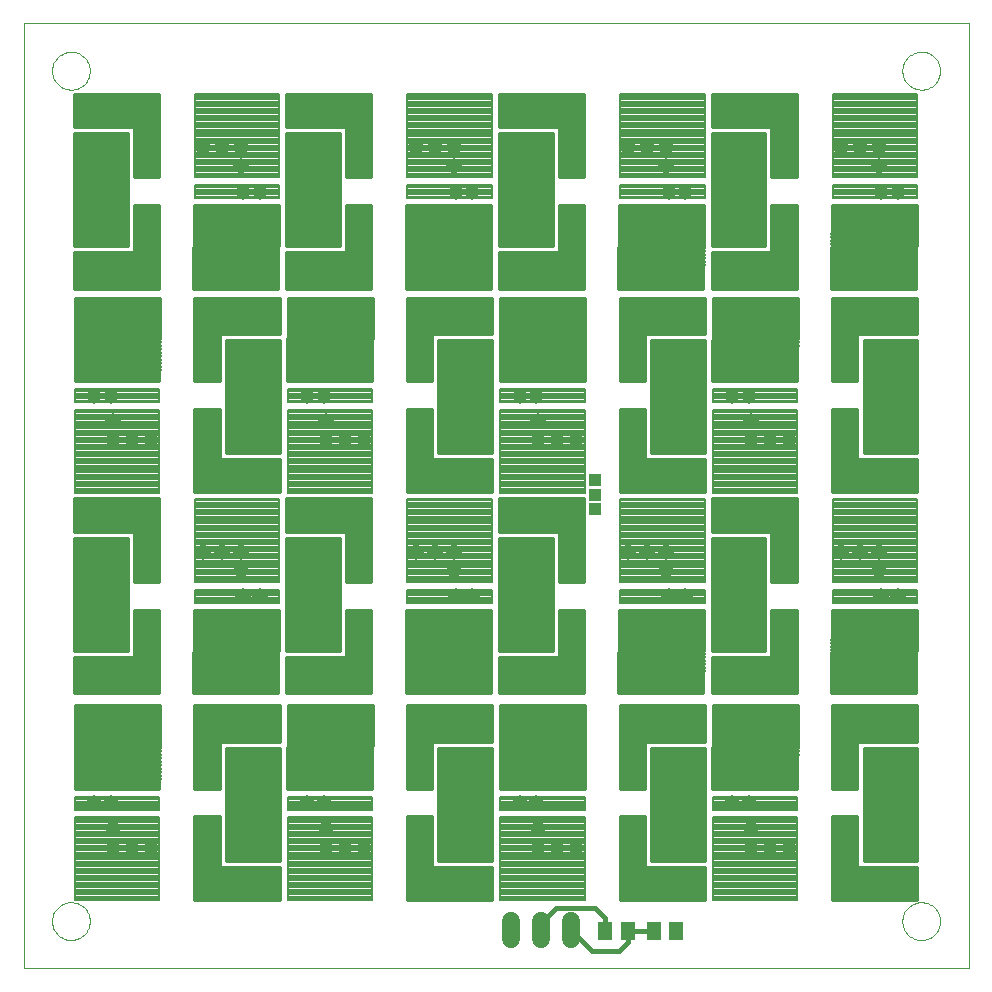
<source format=gtl>
G75*
G70*
%OFA0B0*%
%FSLAX24Y24*%
%IPPOS*%
%LPD*%
%AMOC8*
5,1,8,0,0,1.08239X$1,22.5*
%
%ADD10C,0.0000*%
%ADD11C,0.0118*%
%ADD12C,0.0079*%
%ADD13C,0.0515*%
%ADD14C,0.0600*%
%ADD15R,0.0512X0.0591*%
%ADD16C,0.0160*%
%ADD17R,0.0396X0.0396*%
D10*
X001723Y000125D02*
X001723Y031621D01*
X033219Y031621D01*
X033219Y000125D01*
X001723Y000125D01*
X002668Y001700D02*
X002670Y001750D01*
X002676Y001800D01*
X002686Y001849D01*
X002700Y001897D01*
X002717Y001944D01*
X002738Y001989D01*
X002763Y002033D01*
X002791Y002074D01*
X002823Y002113D01*
X002857Y002150D01*
X002894Y002184D01*
X002934Y002214D01*
X002976Y002241D01*
X003020Y002265D01*
X003066Y002286D01*
X003113Y002302D01*
X003161Y002315D01*
X003211Y002324D01*
X003260Y002329D01*
X003311Y002330D01*
X003361Y002327D01*
X003410Y002320D01*
X003459Y002309D01*
X003507Y002294D01*
X003553Y002276D01*
X003598Y002254D01*
X003641Y002228D01*
X003682Y002199D01*
X003721Y002167D01*
X003757Y002132D01*
X003789Y002094D01*
X003819Y002054D01*
X003846Y002011D01*
X003869Y001967D01*
X003888Y001921D01*
X003904Y001873D01*
X003916Y001824D01*
X003924Y001775D01*
X003928Y001725D01*
X003928Y001675D01*
X003924Y001625D01*
X003916Y001576D01*
X003904Y001527D01*
X003888Y001479D01*
X003869Y001433D01*
X003846Y001389D01*
X003819Y001346D01*
X003789Y001306D01*
X003757Y001268D01*
X003721Y001233D01*
X003682Y001201D01*
X003641Y001172D01*
X003598Y001146D01*
X003553Y001124D01*
X003507Y001106D01*
X003459Y001091D01*
X003410Y001080D01*
X003361Y001073D01*
X003311Y001070D01*
X003260Y001071D01*
X003211Y001076D01*
X003161Y001085D01*
X003113Y001098D01*
X003066Y001114D01*
X003020Y001135D01*
X002976Y001159D01*
X002934Y001186D01*
X002894Y001216D01*
X002857Y001250D01*
X002823Y001287D01*
X002791Y001326D01*
X002763Y001367D01*
X002738Y001411D01*
X002717Y001456D01*
X002700Y001503D01*
X002686Y001551D01*
X002676Y001600D01*
X002670Y001650D01*
X002668Y001700D01*
X031014Y001700D02*
X031016Y001750D01*
X031022Y001800D01*
X031032Y001849D01*
X031046Y001897D01*
X031063Y001944D01*
X031084Y001989D01*
X031109Y002033D01*
X031137Y002074D01*
X031169Y002113D01*
X031203Y002150D01*
X031240Y002184D01*
X031280Y002214D01*
X031322Y002241D01*
X031366Y002265D01*
X031412Y002286D01*
X031459Y002302D01*
X031507Y002315D01*
X031557Y002324D01*
X031606Y002329D01*
X031657Y002330D01*
X031707Y002327D01*
X031756Y002320D01*
X031805Y002309D01*
X031853Y002294D01*
X031899Y002276D01*
X031944Y002254D01*
X031987Y002228D01*
X032028Y002199D01*
X032067Y002167D01*
X032103Y002132D01*
X032135Y002094D01*
X032165Y002054D01*
X032192Y002011D01*
X032215Y001967D01*
X032234Y001921D01*
X032250Y001873D01*
X032262Y001824D01*
X032270Y001775D01*
X032274Y001725D01*
X032274Y001675D01*
X032270Y001625D01*
X032262Y001576D01*
X032250Y001527D01*
X032234Y001479D01*
X032215Y001433D01*
X032192Y001389D01*
X032165Y001346D01*
X032135Y001306D01*
X032103Y001268D01*
X032067Y001233D01*
X032028Y001201D01*
X031987Y001172D01*
X031944Y001146D01*
X031899Y001124D01*
X031853Y001106D01*
X031805Y001091D01*
X031756Y001080D01*
X031707Y001073D01*
X031657Y001070D01*
X031606Y001071D01*
X031557Y001076D01*
X031507Y001085D01*
X031459Y001098D01*
X031412Y001114D01*
X031366Y001135D01*
X031322Y001159D01*
X031280Y001186D01*
X031240Y001216D01*
X031203Y001250D01*
X031169Y001287D01*
X031137Y001326D01*
X031109Y001367D01*
X031084Y001411D01*
X031063Y001456D01*
X031046Y001503D01*
X031032Y001551D01*
X031022Y001600D01*
X031016Y001650D01*
X031014Y001700D01*
X031014Y030046D02*
X031016Y030096D01*
X031022Y030146D01*
X031032Y030195D01*
X031046Y030243D01*
X031063Y030290D01*
X031084Y030335D01*
X031109Y030379D01*
X031137Y030420D01*
X031169Y030459D01*
X031203Y030496D01*
X031240Y030530D01*
X031280Y030560D01*
X031322Y030587D01*
X031366Y030611D01*
X031412Y030632D01*
X031459Y030648D01*
X031507Y030661D01*
X031557Y030670D01*
X031606Y030675D01*
X031657Y030676D01*
X031707Y030673D01*
X031756Y030666D01*
X031805Y030655D01*
X031853Y030640D01*
X031899Y030622D01*
X031944Y030600D01*
X031987Y030574D01*
X032028Y030545D01*
X032067Y030513D01*
X032103Y030478D01*
X032135Y030440D01*
X032165Y030400D01*
X032192Y030357D01*
X032215Y030313D01*
X032234Y030267D01*
X032250Y030219D01*
X032262Y030170D01*
X032270Y030121D01*
X032274Y030071D01*
X032274Y030021D01*
X032270Y029971D01*
X032262Y029922D01*
X032250Y029873D01*
X032234Y029825D01*
X032215Y029779D01*
X032192Y029735D01*
X032165Y029692D01*
X032135Y029652D01*
X032103Y029614D01*
X032067Y029579D01*
X032028Y029547D01*
X031987Y029518D01*
X031944Y029492D01*
X031899Y029470D01*
X031853Y029452D01*
X031805Y029437D01*
X031756Y029426D01*
X031707Y029419D01*
X031657Y029416D01*
X031606Y029417D01*
X031557Y029422D01*
X031507Y029431D01*
X031459Y029444D01*
X031412Y029460D01*
X031366Y029481D01*
X031322Y029505D01*
X031280Y029532D01*
X031240Y029562D01*
X031203Y029596D01*
X031169Y029633D01*
X031137Y029672D01*
X031109Y029713D01*
X031084Y029757D01*
X031063Y029802D01*
X031046Y029849D01*
X031032Y029897D01*
X031022Y029946D01*
X031016Y029996D01*
X031014Y030046D01*
X002668Y030046D02*
X002670Y030096D01*
X002676Y030146D01*
X002686Y030195D01*
X002700Y030243D01*
X002717Y030290D01*
X002738Y030335D01*
X002763Y030379D01*
X002791Y030420D01*
X002823Y030459D01*
X002857Y030496D01*
X002894Y030530D01*
X002934Y030560D01*
X002976Y030587D01*
X003020Y030611D01*
X003066Y030632D01*
X003113Y030648D01*
X003161Y030661D01*
X003211Y030670D01*
X003260Y030675D01*
X003311Y030676D01*
X003361Y030673D01*
X003410Y030666D01*
X003459Y030655D01*
X003507Y030640D01*
X003553Y030622D01*
X003598Y030600D01*
X003641Y030574D01*
X003682Y030545D01*
X003721Y030513D01*
X003757Y030478D01*
X003789Y030440D01*
X003819Y030400D01*
X003846Y030357D01*
X003869Y030313D01*
X003888Y030267D01*
X003904Y030219D01*
X003916Y030170D01*
X003924Y030121D01*
X003928Y030071D01*
X003928Y030021D01*
X003924Y029971D01*
X003916Y029922D01*
X003904Y029873D01*
X003888Y029825D01*
X003869Y029779D01*
X003846Y029735D01*
X003819Y029692D01*
X003789Y029652D01*
X003757Y029614D01*
X003721Y029579D01*
X003682Y029547D01*
X003641Y029518D01*
X003598Y029492D01*
X003553Y029470D01*
X003507Y029452D01*
X003459Y029437D01*
X003410Y029426D01*
X003361Y029419D01*
X003311Y029416D01*
X003260Y029417D01*
X003211Y029422D01*
X003161Y029431D01*
X003113Y029444D01*
X003066Y029460D01*
X003020Y029481D01*
X002976Y029505D01*
X002934Y029532D01*
X002894Y029562D01*
X002857Y029596D01*
X002823Y029633D01*
X002791Y029672D01*
X002763Y029713D01*
X002738Y029757D01*
X002717Y029802D01*
X002700Y029849D01*
X002686Y029897D01*
X002676Y029946D01*
X002670Y029996D01*
X002668Y030046D01*
D11*
X003426Y029239D02*
X003426Y028167D01*
X005424Y028167D01*
X005424Y026493D01*
X006231Y026493D01*
X006231Y029239D01*
X003426Y029239D01*
X003426Y029161D02*
X006231Y029161D01*
X006231Y029045D02*
X003426Y029045D01*
X003426Y028928D02*
X006231Y028928D01*
X006231Y028811D02*
X003426Y028811D01*
X003426Y028695D02*
X006231Y028695D01*
X006231Y028578D02*
X003426Y028578D01*
X003426Y028462D02*
X006231Y028462D01*
X006231Y028345D02*
X003426Y028345D01*
X003426Y028228D02*
X006231Y028228D01*
X006231Y028112D02*
X005424Y028112D01*
X005424Y027995D02*
X006231Y027995D01*
X006231Y027878D02*
X005424Y027878D01*
X005424Y027762D02*
X006231Y027762D01*
X006231Y027645D02*
X005424Y027645D01*
X005424Y027529D02*
X006231Y027529D01*
X006231Y027412D02*
X005424Y027412D01*
X005424Y027295D02*
X006231Y027295D01*
X006231Y027179D02*
X005424Y027179D01*
X005424Y027062D02*
X006231Y027062D01*
X006231Y026946D02*
X005424Y026946D01*
X005424Y026829D02*
X006231Y026829D01*
X006231Y026712D02*
X005424Y026712D01*
X005424Y026596D02*
X006231Y026596D01*
X005188Y026596D02*
X003426Y026596D01*
X003426Y026712D02*
X005188Y026712D01*
X005188Y026829D02*
X003426Y026829D01*
X003426Y026946D02*
X005188Y026946D01*
X005188Y027062D02*
X003426Y027062D01*
X003426Y027179D02*
X005188Y027179D01*
X005188Y027295D02*
X003426Y027295D01*
X003426Y027412D02*
X005188Y027412D01*
X005188Y027529D02*
X003426Y027529D01*
X003426Y027645D02*
X005188Y027645D01*
X005188Y027762D02*
X003426Y027762D01*
X003426Y027878D02*
X005188Y027878D01*
X005188Y027930D02*
X003426Y027930D01*
X003426Y024200D01*
X005188Y024200D01*
X005188Y027930D01*
X005188Y026479D02*
X003426Y026479D01*
X003426Y026363D02*
X005188Y026363D01*
X005188Y026246D02*
X003426Y026246D01*
X003426Y026129D02*
X005188Y026129D01*
X005188Y026013D02*
X003426Y026013D01*
X003426Y025896D02*
X005188Y025896D01*
X005188Y025780D02*
X003426Y025780D01*
X003426Y025663D02*
X005188Y025663D01*
X005188Y025546D02*
X003426Y025546D01*
X003426Y025430D02*
X005188Y025430D01*
X005188Y025313D02*
X003426Y025313D01*
X003426Y025196D02*
X005188Y025196D01*
X005188Y025080D02*
X003426Y025080D01*
X003426Y024963D02*
X005188Y024963D01*
X005188Y024847D02*
X003426Y024847D01*
X003426Y024730D02*
X005188Y024730D01*
X005188Y024613D02*
X003426Y024613D01*
X003426Y024497D02*
X005188Y024497D01*
X005188Y024380D02*
X003426Y024380D01*
X003426Y024264D02*
X005188Y024264D01*
X005424Y024264D02*
X006231Y024264D01*
X006231Y024380D02*
X005424Y024380D01*
X005424Y024497D02*
X006231Y024497D01*
X006231Y024613D02*
X005424Y024613D01*
X005424Y024730D02*
X006231Y024730D01*
X006231Y024847D02*
X005424Y024847D01*
X005424Y024963D02*
X006231Y024963D01*
X006231Y025080D02*
X005424Y025080D01*
X005424Y025196D02*
X006231Y025196D01*
X006231Y025313D02*
X005424Y025313D01*
X005424Y025430D02*
X006231Y025430D01*
X006231Y025529D02*
X005424Y025529D01*
X005424Y023964D01*
X003426Y023964D01*
X003426Y022783D01*
X006231Y022783D01*
X006231Y025529D01*
X007432Y025529D02*
X010227Y025529D01*
X010207Y022783D01*
X007412Y022783D01*
X007432Y025529D01*
X007431Y025430D02*
X010226Y025430D01*
X010226Y025313D02*
X007430Y025313D01*
X007429Y025196D02*
X010225Y025196D01*
X010224Y025080D02*
X007429Y025080D01*
X007428Y024963D02*
X010223Y024963D01*
X010222Y024847D02*
X007427Y024847D01*
X007426Y024730D02*
X010221Y024730D01*
X010220Y024613D02*
X007425Y024613D01*
X007424Y024497D02*
X010220Y024497D01*
X010219Y024380D02*
X007424Y024380D01*
X007423Y024264D02*
X010218Y024264D01*
X010217Y024147D02*
X007422Y024147D01*
X007421Y024030D02*
X010216Y024030D01*
X010215Y023914D02*
X007420Y023914D01*
X007419Y023797D02*
X010215Y023797D01*
X010214Y023681D02*
X007419Y023681D01*
X007418Y023564D02*
X010213Y023564D01*
X010212Y023447D02*
X007417Y023447D01*
X007416Y023331D02*
X010211Y023331D01*
X010210Y023214D02*
X007415Y023214D01*
X007414Y023097D02*
X010210Y023097D01*
X010209Y022981D02*
X007414Y022981D01*
X007413Y022864D02*
X010208Y022864D01*
X010512Y022864D02*
X013318Y022864D01*
X013318Y022783D02*
X010512Y022783D01*
X010512Y023964D01*
X012511Y023964D01*
X012511Y025529D01*
X013318Y025529D01*
X013318Y022783D01*
X013318Y022981D02*
X010512Y022981D01*
X010512Y023097D02*
X013318Y023097D01*
X013318Y023214D02*
X010512Y023214D01*
X010512Y023331D02*
X013318Y023331D01*
X013318Y023447D02*
X010512Y023447D01*
X010512Y023564D02*
X013318Y023564D01*
X013318Y023681D02*
X010512Y023681D01*
X010512Y023797D02*
X013318Y023797D01*
X013318Y023914D02*
X010512Y023914D01*
X010512Y024200D02*
X010512Y027930D01*
X012274Y027930D01*
X012274Y024200D01*
X010512Y024200D01*
X010512Y024264D02*
X012274Y024264D01*
X012274Y024380D02*
X010512Y024380D01*
X010512Y024497D02*
X012274Y024497D01*
X012274Y024613D02*
X010512Y024613D01*
X010512Y024730D02*
X012274Y024730D01*
X012274Y024847D02*
X010512Y024847D01*
X010512Y024963D02*
X012274Y024963D01*
X012274Y025080D02*
X010512Y025080D01*
X010512Y025196D02*
X012274Y025196D01*
X012274Y025313D02*
X010512Y025313D01*
X010512Y025430D02*
X012274Y025430D01*
X012274Y025546D02*
X010512Y025546D01*
X010512Y025663D02*
X012274Y025663D01*
X012274Y025780D02*
X010512Y025780D01*
X010512Y025896D02*
X012274Y025896D01*
X012274Y026013D02*
X010512Y026013D01*
X010512Y026129D02*
X012274Y026129D01*
X012274Y026246D02*
X010512Y026246D01*
X010512Y026363D02*
X012274Y026363D01*
X012274Y026479D02*
X010512Y026479D01*
X010512Y026596D02*
X012274Y026596D01*
X012274Y026712D02*
X010512Y026712D01*
X010512Y026829D02*
X012274Y026829D01*
X012274Y026946D02*
X010512Y026946D01*
X010512Y027062D02*
X012274Y027062D01*
X012274Y027179D02*
X010512Y027179D01*
X010512Y027295D02*
X012274Y027295D01*
X012274Y027412D02*
X010512Y027412D01*
X010512Y027529D02*
X012274Y027529D01*
X012274Y027645D02*
X010512Y027645D01*
X010512Y027762D02*
X012274Y027762D01*
X012274Y027878D02*
X010512Y027878D01*
X010512Y028167D02*
X012511Y028167D01*
X012511Y026493D01*
X013318Y026493D01*
X013318Y029239D01*
X010512Y029239D01*
X010512Y028167D01*
X010512Y028228D02*
X013318Y028228D01*
X013318Y028112D02*
X012511Y028112D01*
X012511Y027995D02*
X013318Y027995D01*
X013318Y027878D02*
X012511Y027878D01*
X012511Y027762D02*
X013318Y027762D01*
X013318Y027645D02*
X012511Y027645D01*
X012511Y027529D02*
X013318Y027529D01*
X013318Y027412D02*
X012511Y027412D01*
X012511Y027295D02*
X013318Y027295D01*
X013318Y027179D02*
X012511Y027179D01*
X012511Y027062D02*
X013318Y027062D01*
X013318Y026946D02*
X012511Y026946D01*
X012511Y026829D02*
X013318Y026829D01*
X013318Y026712D02*
X012511Y026712D01*
X012511Y026596D02*
X013318Y026596D01*
X013318Y025430D02*
X012511Y025430D01*
X012511Y025313D02*
X013318Y025313D01*
X013318Y025196D02*
X012511Y025196D01*
X012511Y025080D02*
X013318Y025080D01*
X013318Y024963D02*
X012511Y024963D01*
X012511Y024847D02*
X013318Y024847D01*
X013318Y024730D02*
X012511Y024730D01*
X012511Y024613D02*
X013318Y024613D01*
X013318Y024497D02*
X012511Y024497D01*
X012511Y024380D02*
X013318Y024380D01*
X013318Y024264D02*
X012511Y024264D01*
X012511Y024147D02*
X013318Y024147D01*
X013318Y024030D02*
X012511Y024030D01*
X013357Y022448D02*
X010562Y022448D01*
X010542Y019702D01*
X013337Y019702D01*
X013357Y022448D01*
X013357Y022398D02*
X010561Y022398D01*
X010561Y022281D02*
X013356Y022281D01*
X013355Y022165D02*
X010560Y022165D01*
X010559Y022048D02*
X013354Y022048D01*
X013353Y021931D02*
X010558Y021931D01*
X010557Y021815D02*
X013352Y021815D01*
X013352Y021698D02*
X010556Y021698D01*
X010555Y021582D02*
X013351Y021582D01*
X013350Y021465D02*
X010555Y021465D01*
X010554Y021348D02*
X013349Y021348D01*
X013348Y021232D02*
X010553Y021232D01*
X010552Y021115D02*
X013347Y021115D01*
X013347Y020998D02*
X010551Y020998D01*
X010550Y020882D02*
X013346Y020882D01*
X013345Y020765D02*
X010550Y020765D01*
X010549Y020649D02*
X013344Y020649D01*
X013343Y020532D02*
X010548Y020532D01*
X010547Y020415D02*
X013342Y020415D01*
X013342Y020299D02*
X010546Y020299D01*
X010545Y020182D02*
X013341Y020182D01*
X013340Y020066D02*
X010545Y020066D01*
X010544Y019949D02*
X013339Y019949D01*
X013338Y019832D02*
X010543Y019832D01*
X010542Y019716D02*
X013337Y019716D01*
X014538Y019716D02*
X015345Y019716D01*
X015345Y019702D02*
X014538Y019702D01*
X014538Y022448D01*
X017343Y022448D01*
X017343Y021267D01*
X015345Y021267D01*
X015345Y019702D01*
X015345Y019832D02*
X014538Y019832D01*
X014538Y019949D02*
X015345Y019949D01*
X015345Y020066D02*
X014538Y020066D01*
X014538Y020182D02*
X015345Y020182D01*
X015345Y020299D02*
X014538Y020299D01*
X014538Y020415D02*
X015345Y020415D01*
X015345Y020532D02*
X014538Y020532D01*
X014538Y020649D02*
X015345Y020649D01*
X015345Y020765D02*
X014538Y020765D01*
X014538Y020882D02*
X015345Y020882D01*
X015345Y020998D02*
X014538Y020998D01*
X014538Y021115D02*
X015345Y021115D01*
X015345Y021232D02*
X014538Y021232D01*
X014538Y021348D02*
X017343Y021348D01*
X017343Y021465D02*
X014538Y021465D01*
X014538Y021582D02*
X017343Y021582D01*
X017343Y021698D02*
X014538Y021698D01*
X014538Y021815D02*
X017343Y021815D01*
X017343Y021931D02*
X014538Y021931D01*
X014538Y022048D02*
X017343Y022048D01*
X017343Y022165D02*
X014538Y022165D01*
X014538Y022281D02*
X017343Y022281D01*
X017343Y022398D02*
X014538Y022398D01*
X014499Y022783D02*
X014518Y025529D01*
X017314Y025529D01*
X017294Y022783D01*
X014499Y022783D01*
X014499Y022864D02*
X017295Y022864D01*
X017295Y022981D02*
X014500Y022981D01*
X014501Y023097D02*
X017296Y023097D01*
X017297Y023214D02*
X014502Y023214D01*
X014503Y023331D02*
X017298Y023331D01*
X017299Y023447D02*
X014503Y023447D01*
X014504Y023564D02*
X017300Y023564D01*
X017300Y023681D02*
X014505Y023681D01*
X014506Y023797D02*
X017301Y023797D01*
X017302Y023914D02*
X014507Y023914D01*
X014508Y024030D02*
X017303Y024030D01*
X017304Y024147D02*
X014508Y024147D01*
X014509Y024264D02*
X017305Y024264D01*
X017305Y024380D02*
X014510Y024380D01*
X014511Y024497D02*
X017306Y024497D01*
X017307Y024613D02*
X014512Y024613D01*
X014513Y024730D02*
X017308Y024730D01*
X017309Y024847D02*
X014514Y024847D01*
X014514Y024963D02*
X017310Y024963D01*
X017310Y025080D02*
X014515Y025080D01*
X014516Y025196D02*
X017311Y025196D01*
X017312Y025313D02*
X014517Y025313D01*
X014518Y025430D02*
X017313Y025430D01*
X017599Y025430D02*
X019361Y025430D01*
X019361Y025546D02*
X017599Y025546D01*
X017599Y025663D02*
X019361Y025663D01*
X019361Y025780D02*
X017599Y025780D01*
X017599Y025896D02*
X019361Y025896D01*
X019361Y026013D02*
X017599Y026013D01*
X017599Y026129D02*
X019361Y026129D01*
X019361Y026246D02*
X017599Y026246D01*
X017599Y026363D02*
X019361Y026363D01*
X019361Y026479D02*
X017599Y026479D01*
X017599Y026596D02*
X019361Y026596D01*
X019361Y026712D02*
X017599Y026712D01*
X017599Y026829D02*
X019361Y026829D01*
X019361Y026946D02*
X017599Y026946D01*
X017599Y027062D02*
X019361Y027062D01*
X019361Y027179D02*
X017599Y027179D01*
X017599Y027295D02*
X019361Y027295D01*
X019361Y027412D02*
X017599Y027412D01*
X017599Y027529D02*
X019361Y027529D01*
X019361Y027645D02*
X017599Y027645D01*
X017599Y027762D02*
X019361Y027762D01*
X019361Y027878D02*
X017599Y027878D01*
X017599Y027930D02*
X019361Y027930D01*
X019361Y024200D01*
X017599Y024200D01*
X017599Y027930D01*
X017599Y028167D02*
X019597Y028167D01*
X019597Y026493D01*
X020404Y026493D01*
X020404Y029239D01*
X017599Y029239D01*
X017599Y028167D01*
X017599Y028228D02*
X020404Y028228D01*
X020404Y028112D02*
X019597Y028112D01*
X019597Y027995D02*
X020404Y027995D01*
X020404Y027878D02*
X019597Y027878D01*
X019597Y027762D02*
X020404Y027762D01*
X020404Y027645D02*
X019597Y027645D01*
X019597Y027529D02*
X020404Y027529D01*
X020404Y027412D02*
X019597Y027412D01*
X019597Y027295D02*
X020404Y027295D01*
X020404Y027179D02*
X019597Y027179D01*
X019597Y027062D02*
X020404Y027062D01*
X020404Y026946D02*
X019597Y026946D01*
X019597Y026829D02*
X020404Y026829D01*
X020404Y026712D02*
X019597Y026712D01*
X019597Y026596D02*
X020404Y026596D01*
X020404Y025529D02*
X019597Y025529D01*
X019597Y023964D01*
X017599Y023964D01*
X017599Y022783D01*
X020404Y022783D01*
X020404Y025529D01*
X020404Y025430D02*
X019597Y025430D01*
X019597Y025313D02*
X020404Y025313D01*
X020404Y025196D02*
X019597Y025196D01*
X019597Y025080D02*
X020404Y025080D01*
X020404Y024963D02*
X019597Y024963D01*
X019597Y024847D02*
X020404Y024847D01*
X020404Y024730D02*
X019597Y024730D01*
X019597Y024613D02*
X020404Y024613D01*
X020404Y024497D02*
X019597Y024497D01*
X019597Y024380D02*
X020404Y024380D01*
X020404Y024264D02*
X019597Y024264D01*
X019597Y024147D02*
X020404Y024147D01*
X020404Y024030D02*
X019597Y024030D01*
X019361Y024264D02*
X017599Y024264D01*
X017599Y024380D02*
X019361Y024380D01*
X019361Y024497D02*
X017599Y024497D01*
X017599Y024613D02*
X019361Y024613D01*
X019361Y024730D02*
X017599Y024730D01*
X017599Y024847D02*
X019361Y024847D01*
X019361Y024963D02*
X017599Y024963D01*
X017599Y025080D02*
X019361Y025080D01*
X019361Y025196D02*
X017599Y025196D01*
X017599Y025313D02*
X019361Y025313D01*
X020404Y023914D02*
X017599Y023914D01*
X017599Y023797D02*
X020404Y023797D01*
X020404Y023681D02*
X017599Y023681D01*
X017599Y023564D02*
X020404Y023564D01*
X020404Y023447D02*
X017599Y023447D01*
X017599Y023331D02*
X020404Y023331D01*
X020404Y023214D02*
X017599Y023214D01*
X017599Y023097D02*
X020404Y023097D01*
X020404Y022981D02*
X017599Y022981D01*
X017599Y022864D02*
X020404Y022864D01*
X020444Y022448D02*
X020424Y019702D01*
X017629Y019702D01*
X017648Y022448D01*
X020444Y022448D01*
X020443Y022398D02*
X017648Y022398D01*
X017647Y022281D02*
X020442Y022281D01*
X020442Y022165D02*
X017646Y022165D01*
X017645Y022048D02*
X020441Y022048D01*
X020440Y021931D02*
X017645Y021931D01*
X017644Y021815D02*
X020439Y021815D01*
X020438Y021698D02*
X017643Y021698D01*
X017642Y021582D02*
X020437Y021582D01*
X020437Y021465D02*
X017641Y021465D01*
X017640Y021348D02*
X020436Y021348D01*
X020435Y021232D02*
X017640Y021232D01*
X017639Y021115D02*
X020434Y021115D01*
X020433Y020998D02*
X017638Y020998D01*
X017637Y020882D02*
X020432Y020882D01*
X020432Y020765D02*
X017636Y020765D01*
X017635Y020649D02*
X020431Y020649D01*
X020430Y020532D02*
X017635Y020532D01*
X017634Y020415D02*
X020429Y020415D01*
X020428Y020299D02*
X017633Y020299D01*
X017632Y020182D02*
X020427Y020182D01*
X020427Y020066D02*
X017631Y020066D01*
X017630Y019949D02*
X020426Y019949D01*
X020425Y019832D02*
X017630Y019832D01*
X017629Y019716D02*
X020424Y019716D01*
X021625Y019716D02*
X022432Y019716D01*
X022432Y019702D02*
X021625Y019702D01*
X021625Y022448D01*
X024430Y022448D01*
X024430Y021267D01*
X022432Y021267D01*
X022432Y019702D01*
X022432Y019832D02*
X021625Y019832D01*
X021625Y019949D02*
X022432Y019949D01*
X022432Y020066D02*
X021625Y020066D01*
X021625Y020182D02*
X022432Y020182D01*
X022432Y020299D02*
X021625Y020299D01*
X021625Y020415D02*
X022432Y020415D01*
X022432Y020532D02*
X021625Y020532D01*
X021625Y020649D02*
X022432Y020649D01*
X022432Y020765D02*
X021625Y020765D01*
X021625Y020882D02*
X022432Y020882D01*
X022432Y020998D02*
X021625Y020998D01*
X021625Y021115D02*
X022432Y021115D01*
X022432Y021232D02*
X021625Y021232D01*
X021625Y021348D02*
X024430Y021348D01*
X024430Y021465D02*
X021625Y021465D01*
X021625Y021582D02*
X024430Y021582D01*
X024430Y021698D02*
X021625Y021698D01*
X021625Y021815D02*
X024430Y021815D01*
X024430Y021931D02*
X021625Y021931D01*
X021625Y022048D02*
X024430Y022048D01*
X024430Y022165D02*
X021625Y022165D01*
X021625Y022281D02*
X024430Y022281D01*
X024430Y022398D02*
X021625Y022398D01*
X021585Y022783D02*
X021605Y025529D01*
X024400Y025529D01*
X024381Y022783D01*
X021585Y022783D01*
X021586Y022864D02*
X024381Y022864D01*
X024382Y022981D02*
X021587Y022981D01*
X021588Y023097D02*
X024383Y023097D01*
X024384Y023214D02*
X021588Y023214D01*
X021589Y023331D02*
X024385Y023331D01*
X024385Y023447D02*
X021590Y023447D01*
X021591Y023564D02*
X024386Y023564D01*
X024387Y023681D02*
X021592Y023681D01*
X021593Y023797D02*
X024388Y023797D01*
X024389Y023914D02*
X021593Y023914D01*
X021594Y024030D02*
X024390Y024030D01*
X024390Y024147D02*
X021595Y024147D01*
X021596Y024264D02*
X024391Y024264D01*
X024392Y024380D02*
X021597Y024380D01*
X021598Y024497D02*
X024393Y024497D01*
X024394Y024613D02*
X021598Y024613D01*
X021599Y024730D02*
X024395Y024730D01*
X024395Y024847D02*
X021600Y024847D01*
X021601Y024963D02*
X024396Y024963D01*
X024397Y025080D02*
X021602Y025080D01*
X021603Y025196D02*
X024398Y025196D01*
X024399Y025313D02*
X021603Y025313D01*
X021604Y025430D02*
X024400Y025430D01*
X024686Y025430D02*
X026448Y025430D01*
X026448Y025546D02*
X024686Y025546D01*
X024686Y025663D02*
X026448Y025663D01*
X026448Y025780D02*
X024686Y025780D01*
X024686Y025896D02*
X026448Y025896D01*
X026448Y026013D02*
X024686Y026013D01*
X024686Y026129D02*
X026448Y026129D01*
X026448Y026246D02*
X024686Y026246D01*
X024686Y026363D02*
X026448Y026363D01*
X026448Y026479D02*
X024686Y026479D01*
X024686Y026596D02*
X026448Y026596D01*
X026448Y026712D02*
X024686Y026712D01*
X024686Y026829D02*
X026448Y026829D01*
X026448Y026946D02*
X024686Y026946D01*
X024686Y027062D02*
X026448Y027062D01*
X026448Y027179D02*
X024686Y027179D01*
X024686Y027295D02*
X026448Y027295D01*
X026448Y027412D02*
X024686Y027412D01*
X024686Y027529D02*
X026448Y027529D01*
X026448Y027645D02*
X024686Y027645D01*
X024686Y027762D02*
X026448Y027762D01*
X026448Y027878D02*
X024686Y027878D01*
X024686Y027930D02*
X026448Y027930D01*
X026448Y024200D01*
X024686Y024200D01*
X024686Y027930D01*
X024686Y028167D02*
X026684Y028167D01*
X026684Y026493D01*
X027491Y026493D01*
X027491Y029239D01*
X024686Y029239D01*
X024686Y028167D01*
X024686Y028228D02*
X027491Y028228D01*
X027491Y028112D02*
X026684Y028112D01*
X026684Y027995D02*
X027491Y027995D01*
X027491Y027878D02*
X026684Y027878D01*
X026684Y027762D02*
X027491Y027762D01*
X027491Y027645D02*
X026684Y027645D01*
X026684Y027529D02*
X027491Y027529D01*
X027491Y027412D02*
X026684Y027412D01*
X026684Y027295D02*
X027491Y027295D01*
X027491Y027179D02*
X026684Y027179D01*
X026684Y027062D02*
X027491Y027062D01*
X027491Y026946D02*
X026684Y026946D01*
X026684Y026829D02*
X027491Y026829D01*
X027491Y026712D02*
X026684Y026712D01*
X026684Y026596D02*
X027491Y026596D01*
X027491Y025529D02*
X026684Y025529D01*
X026684Y023964D01*
X024686Y023964D01*
X024686Y022783D01*
X027491Y022783D01*
X027491Y025529D01*
X027491Y025430D02*
X026684Y025430D01*
X026684Y025313D02*
X027491Y025313D01*
X027491Y025196D02*
X026684Y025196D01*
X026684Y025080D02*
X027491Y025080D01*
X027491Y024963D02*
X026684Y024963D01*
X026684Y024847D02*
X027491Y024847D01*
X027491Y024730D02*
X026684Y024730D01*
X026684Y024613D02*
X027491Y024613D01*
X027491Y024497D02*
X026684Y024497D01*
X026684Y024380D02*
X027491Y024380D01*
X027491Y024264D02*
X026684Y024264D01*
X026684Y024147D02*
X027491Y024147D01*
X027491Y024030D02*
X026684Y024030D01*
X026448Y024264D02*
X024686Y024264D01*
X024686Y024380D02*
X026448Y024380D01*
X026448Y024497D02*
X024686Y024497D01*
X024686Y024613D02*
X026448Y024613D01*
X026448Y024730D02*
X024686Y024730D01*
X024686Y024847D02*
X026448Y024847D01*
X026448Y024963D02*
X024686Y024963D01*
X024686Y025080D02*
X026448Y025080D01*
X026448Y025196D02*
X024686Y025196D01*
X024686Y025313D02*
X026448Y025313D01*
X027491Y023914D02*
X024686Y023914D01*
X024686Y023797D02*
X027491Y023797D01*
X027491Y023681D02*
X024686Y023681D01*
X024686Y023564D02*
X027491Y023564D01*
X027491Y023447D02*
X024686Y023447D01*
X024686Y023331D02*
X027491Y023331D01*
X027491Y023214D02*
X024686Y023214D01*
X024686Y023097D02*
X027491Y023097D01*
X027491Y022981D02*
X024686Y022981D01*
X024686Y022864D02*
X027491Y022864D01*
X027530Y022448D02*
X027511Y019702D01*
X024715Y019702D01*
X024735Y022448D01*
X027530Y022448D01*
X027530Y022398D02*
X024735Y022398D01*
X024734Y022281D02*
X027529Y022281D01*
X027528Y022165D02*
X024733Y022165D01*
X024732Y022048D02*
X027527Y022048D01*
X027527Y021931D02*
X024731Y021931D01*
X024730Y021815D02*
X027526Y021815D01*
X027525Y021698D02*
X024730Y021698D01*
X024729Y021582D02*
X027524Y021582D01*
X027523Y021465D02*
X024728Y021465D01*
X024727Y021348D02*
X027522Y021348D01*
X027521Y021232D02*
X024726Y021232D01*
X024725Y021115D02*
X027521Y021115D01*
X027520Y020998D02*
X024725Y020998D01*
X024724Y020882D02*
X027519Y020882D01*
X027518Y020765D02*
X024723Y020765D01*
X024722Y020649D02*
X027517Y020649D01*
X027516Y020532D02*
X024721Y020532D01*
X024720Y020415D02*
X027516Y020415D01*
X027515Y020299D02*
X024720Y020299D01*
X024719Y020182D02*
X027514Y020182D01*
X027513Y020066D02*
X024718Y020066D01*
X024717Y019949D02*
X027512Y019949D01*
X027511Y019832D02*
X024716Y019832D01*
X024715Y019716D02*
X027511Y019716D01*
X028711Y019716D02*
X029518Y019716D01*
X029518Y019702D02*
X028711Y019702D01*
X028711Y022448D01*
X031516Y022448D01*
X031516Y021267D01*
X029518Y021267D01*
X029518Y019702D01*
X029518Y019832D02*
X028711Y019832D01*
X028711Y019949D02*
X029518Y019949D01*
X029518Y020066D02*
X028711Y020066D01*
X028711Y020182D02*
X029518Y020182D01*
X029518Y020299D02*
X028711Y020299D01*
X028711Y020415D02*
X029518Y020415D01*
X029518Y020532D02*
X028711Y020532D01*
X028711Y020649D02*
X029518Y020649D01*
X029518Y020765D02*
X028711Y020765D01*
X028711Y020882D02*
X029518Y020882D01*
X029518Y020998D02*
X028711Y020998D01*
X028711Y021115D02*
X029518Y021115D01*
X029518Y021232D02*
X028711Y021232D01*
X028711Y021348D02*
X031516Y021348D01*
X031516Y021465D02*
X028711Y021465D01*
X028711Y021582D02*
X031516Y021582D01*
X031516Y021698D02*
X028711Y021698D01*
X028711Y021815D02*
X031516Y021815D01*
X031516Y021931D02*
X028711Y021931D01*
X028711Y022048D02*
X031516Y022048D01*
X031516Y022165D02*
X028711Y022165D01*
X028711Y022281D02*
X031516Y022281D01*
X031516Y022398D02*
X028711Y022398D01*
X028672Y022783D02*
X028692Y025529D01*
X031487Y025529D01*
X031467Y022783D01*
X028672Y022783D01*
X028673Y022864D02*
X031468Y022864D01*
X031469Y022981D02*
X028673Y022981D01*
X028674Y023097D02*
X031469Y023097D01*
X031470Y023214D02*
X028675Y023214D01*
X028676Y023331D02*
X031471Y023331D01*
X031472Y023447D02*
X028677Y023447D01*
X028678Y023564D02*
X031473Y023564D01*
X031474Y023681D02*
X028678Y023681D01*
X028679Y023797D02*
X031474Y023797D01*
X031475Y023914D02*
X028680Y023914D01*
X028681Y024030D02*
X031476Y024030D01*
X031477Y024147D02*
X028682Y024147D01*
X028683Y024264D02*
X031478Y024264D01*
X031479Y024380D02*
X028683Y024380D01*
X028684Y024497D02*
X031480Y024497D01*
X031480Y024613D02*
X028685Y024613D01*
X028686Y024730D02*
X031481Y024730D01*
X031482Y024847D02*
X028687Y024847D01*
X028688Y024963D02*
X031483Y024963D01*
X031484Y025080D02*
X028688Y025080D01*
X028689Y025196D02*
X031485Y025196D01*
X031485Y025313D02*
X028690Y025313D01*
X028691Y025430D02*
X031486Y025430D01*
X027491Y028345D02*
X024686Y028345D01*
X024686Y028462D02*
X027491Y028462D01*
X027491Y028578D02*
X024686Y028578D01*
X024686Y028695D02*
X027491Y028695D01*
X027491Y028811D02*
X024686Y028811D01*
X024686Y028928D02*
X027491Y028928D01*
X027491Y029045D02*
X024686Y029045D01*
X024686Y029161D02*
X027491Y029161D01*
X020404Y029161D02*
X017599Y029161D01*
X017599Y029045D02*
X020404Y029045D01*
X020404Y028928D02*
X017599Y028928D01*
X017599Y028811D02*
X020404Y028811D01*
X020404Y028695D02*
X017599Y028695D01*
X017599Y028578D02*
X020404Y028578D01*
X020404Y028462D02*
X017599Y028462D01*
X017599Y028345D02*
X020404Y028345D01*
X013318Y028345D02*
X010512Y028345D01*
X010512Y028462D02*
X013318Y028462D01*
X013318Y028578D02*
X010512Y028578D01*
X010512Y028695D02*
X013318Y028695D01*
X013318Y028811D02*
X010512Y028811D01*
X010512Y028928D02*
X013318Y028928D01*
X013318Y029045D02*
X010512Y029045D01*
X010512Y029161D02*
X013318Y029161D01*
X010257Y022448D02*
X007451Y022448D01*
X007451Y019702D01*
X008259Y019702D01*
X008259Y021267D01*
X010257Y021267D01*
X010257Y022448D01*
X010257Y022398D02*
X007451Y022398D01*
X007451Y022281D02*
X010257Y022281D01*
X010257Y022165D02*
X007451Y022165D01*
X007451Y022048D02*
X010257Y022048D01*
X010257Y021931D02*
X007451Y021931D01*
X007451Y021815D02*
X010257Y021815D01*
X010257Y021698D02*
X007451Y021698D01*
X007451Y021582D02*
X010257Y021582D01*
X010257Y021465D02*
X007451Y021465D01*
X007451Y021348D02*
X010257Y021348D01*
X010257Y021031D02*
X010257Y017300D01*
X008495Y017300D01*
X008495Y021031D01*
X010257Y021031D01*
X010257Y020998D02*
X008495Y020998D01*
X008495Y020882D02*
X010257Y020882D01*
X010257Y020765D02*
X008495Y020765D01*
X008495Y020649D02*
X010257Y020649D01*
X010257Y020532D02*
X008495Y020532D01*
X008495Y020415D02*
X010257Y020415D01*
X010257Y020299D02*
X008495Y020299D01*
X008495Y020182D02*
X010257Y020182D01*
X010257Y020066D02*
X008495Y020066D01*
X008495Y019949D02*
X010257Y019949D01*
X010257Y019832D02*
X008495Y019832D01*
X008495Y019716D02*
X010257Y019716D01*
X010257Y019599D02*
X008495Y019599D01*
X008495Y019483D02*
X010257Y019483D01*
X010257Y019366D02*
X008495Y019366D01*
X008495Y019249D02*
X010257Y019249D01*
X010257Y019133D02*
X008495Y019133D01*
X008495Y019016D02*
X010257Y019016D01*
X010257Y018899D02*
X008495Y018899D01*
X008495Y018783D02*
X010257Y018783D01*
X010257Y018666D02*
X008495Y018666D01*
X008495Y018550D02*
X010257Y018550D01*
X010257Y018433D02*
X008495Y018433D01*
X008495Y018316D02*
X010257Y018316D01*
X010257Y018200D02*
X008495Y018200D01*
X008495Y018083D02*
X010257Y018083D01*
X010257Y017967D02*
X008495Y017967D01*
X008495Y017850D02*
X010257Y017850D01*
X010257Y017733D02*
X008495Y017733D01*
X008495Y017617D02*
X010257Y017617D01*
X010257Y017500D02*
X008495Y017500D01*
X008495Y017384D02*
X010257Y017384D01*
X010257Y017064D02*
X008259Y017064D01*
X008259Y018737D01*
X007451Y018737D01*
X007451Y015991D01*
X010257Y015991D01*
X010257Y017064D01*
X010257Y017034D02*
X007451Y017034D01*
X007451Y017150D02*
X008259Y017150D01*
X008259Y017267D02*
X007451Y017267D01*
X007451Y017384D02*
X008259Y017384D01*
X008259Y017500D02*
X007451Y017500D01*
X007451Y017617D02*
X008259Y017617D01*
X008259Y017733D02*
X007451Y017733D01*
X007451Y017850D02*
X008259Y017850D01*
X008259Y017967D02*
X007451Y017967D01*
X007451Y018083D02*
X008259Y018083D01*
X008259Y018200D02*
X007451Y018200D01*
X007451Y018316D02*
X008259Y018316D01*
X008259Y018433D02*
X007451Y018433D01*
X007451Y018550D02*
X008259Y018550D01*
X008259Y018666D02*
X007451Y018666D01*
X007451Y019716D02*
X008259Y019716D01*
X008259Y019832D02*
X007451Y019832D01*
X007451Y019949D02*
X008259Y019949D01*
X008259Y020066D02*
X007451Y020066D01*
X007451Y020182D02*
X008259Y020182D01*
X008259Y020299D02*
X007451Y020299D01*
X007451Y020415D02*
X008259Y020415D01*
X008259Y020532D02*
X007451Y020532D01*
X007451Y020649D02*
X008259Y020649D01*
X008259Y020765D02*
X007451Y020765D01*
X007451Y020882D02*
X008259Y020882D01*
X008259Y020998D02*
X007451Y020998D01*
X007451Y021115D02*
X008259Y021115D01*
X008259Y021232D02*
X007451Y021232D01*
X006262Y021232D02*
X003466Y021232D01*
X003467Y021348D02*
X006262Y021348D01*
X006263Y021465D02*
X003468Y021465D01*
X003469Y021582D02*
X006264Y021582D01*
X006265Y021698D02*
X003470Y021698D01*
X003471Y021815D02*
X006266Y021815D01*
X006267Y021931D02*
X003471Y021931D01*
X003472Y022048D02*
X006268Y022048D01*
X006268Y022165D02*
X003473Y022165D01*
X003474Y022281D02*
X006269Y022281D01*
X006270Y022398D02*
X003475Y022398D01*
X003475Y022448D02*
X006270Y022448D01*
X006251Y019702D01*
X003455Y019702D01*
X003475Y022448D01*
X003426Y022864D02*
X006231Y022864D01*
X006231Y022981D02*
X003426Y022981D01*
X003426Y023097D02*
X006231Y023097D01*
X006231Y023214D02*
X003426Y023214D01*
X003426Y023331D02*
X006231Y023331D01*
X006231Y023447D02*
X003426Y023447D01*
X003426Y023564D02*
X006231Y023564D01*
X006231Y023681D02*
X003426Y023681D01*
X003426Y023797D02*
X006231Y023797D01*
X006231Y023914D02*
X003426Y023914D01*
X005424Y024030D02*
X006231Y024030D01*
X006231Y024147D02*
X005424Y024147D01*
X006261Y021115D02*
X003466Y021115D01*
X003465Y020998D02*
X006260Y020998D01*
X006259Y020882D02*
X003464Y020882D01*
X003463Y020765D02*
X006258Y020765D01*
X006257Y020649D02*
X003462Y020649D01*
X003461Y020532D02*
X006257Y020532D01*
X006256Y020415D02*
X003461Y020415D01*
X003460Y020299D02*
X006255Y020299D01*
X006254Y020182D02*
X003459Y020182D01*
X003458Y020066D02*
X006253Y020066D01*
X006252Y019949D02*
X003457Y019949D01*
X003456Y019832D02*
X006252Y019832D01*
X006251Y019716D02*
X003456Y019716D01*
X007451Y016917D02*
X010257Y016917D01*
X010257Y016800D02*
X007451Y016800D01*
X007451Y016684D02*
X010257Y016684D01*
X010257Y016567D02*
X007451Y016567D01*
X007451Y016451D02*
X010257Y016451D01*
X010257Y016334D02*
X007451Y016334D01*
X007451Y016217D02*
X010257Y016217D01*
X010257Y016101D02*
X007451Y016101D01*
X006231Y015755D02*
X003426Y015755D01*
X003426Y014682D01*
X005424Y014682D01*
X005424Y013009D01*
X006231Y013009D01*
X006231Y015755D01*
X006231Y015751D02*
X003426Y015751D01*
X003426Y015634D02*
X006231Y015634D01*
X006231Y015518D02*
X003426Y015518D01*
X003426Y015401D02*
X006231Y015401D01*
X006231Y015285D02*
X003426Y015285D01*
X003426Y015168D02*
X006231Y015168D01*
X006231Y015051D02*
X003426Y015051D01*
X003426Y014935D02*
X006231Y014935D01*
X006231Y014818D02*
X003426Y014818D01*
X003426Y014702D02*
X006231Y014702D01*
X006231Y014585D02*
X005424Y014585D01*
X005424Y014468D02*
X006231Y014468D01*
X006231Y014352D02*
X005424Y014352D01*
X005424Y014235D02*
X006231Y014235D01*
X006231Y014118D02*
X005424Y014118D01*
X005424Y014002D02*
X006231Y014002D01*
X006231Y013885D02*
X005424Y013885D01*
X005424Y013769D02*
X006231Y013769D01*
X006231Y013652D02*
X005424Y013652D01*
X005424Y013535D02*
X006231Y013535D01*
X006231Y013419D02*
X005424Y013419D01*
X005424Y013302D02*
X006231Y013302D01*
X006231Y013186D02*
X005424Y013186D01*
X005424Y013069D02*
X006231Y013069D01*
X005188Y013069D02*
X003426Y013069D01*
X003426Y013186D02*
X005188Y013186D01*
X005188Y013302D02*
X003426Y013302D01*
X003426Y013419D02*
X005188Y013419D01*
X005188Y013535D02*
X003426Y013535D01*
X003426Y013652D02*
X005188Y013652D01*
X005188Y013769D02*
X003426Y013769D01*
X003426Y013885D02*
X005188Y013885D01*
X005188Y014002D02*
X003426Y014002D01*
X003426Y014118D02*
X005188Y014118D01*
X005188Y014235D02*
X003426Y014235D01*
X003426Y014352D02*
X005188Y014352D01*
X005188Y014446D02*
X003426Y014446D01*
X003426Y010716D01*
X005188Y010716D01*
X005188Y014446D01*
X005188Y012952D02*
X003426Y012952D01*
X003426Y012836D02*
X005188Y012836D01*
X005188Y012719D02*
X003426Y012719D01*
X003426Y012603D02*
X005188Y012603D01*
X005188Y012486D02*
X003426Y012486D01*
X003426Y012369D02*
X005188Y012369D01*
X005188Y012253D02*
X003426Y012253D01*
X003426Y012136D02*
X005188Y012136D01*
X005188Y012019D02*
X003426Y012019D01*
X003426Y011903D02*
X005188Y011903D01*
X005188Y011786D02*
X003426Y011786D01*
X003426Y011670D02*
X005188Y011670D01*
X005188Y011553D02*
X003426Y011553D01*
X003426Y011436D02*
X005188Y011436D01*
X005188Y011320D02*
X003426Y011320D01*
X003426Y011203D02*
X005188Y011203D01*
X005188Y011087D02*
X003426Y011087D01*
X003426Y010970D02*
X005188Y010970D01*
X005188Y010853D02*
X003426Y010853D01*
X003426Y010737D02*
X005188Y010737D01*
X005424Y010737D02*
X006231Y010737D01*
X006231Y010853D02*
X005424Y010853D01*
X005424Y010970D02*
X006231Y010970D01*
X006231Y011087D02*
X005424Y011087D01*
X005424Y011203D02*
X006231Y011203D01*
X006231Y011320D02*
X005424Y011320D01*
X005424Y011436D02*
X006231Y011436D01*
X006231Y011553D02*
X005424Y011553D01*
X005424Y011670D02*
X006231Y011670D01*
X006231Y011786D02*
X005424Y011786D01*
X005424Y011903D02*
X006231Y011903D01*
X006231Y012019D02*
X005424Y012019D01*
X005424Y012044D02*
X006231Y012044D01*
X006231Y009298D01*
X003426Y009298D01*
X003426Y010480D01*
X005424Y010480D01*
X005424Y012044D01*
X005424Y010620D02*
X006231Y010620D01*
X006231Y010504D02*
X005424Y010504D01*
X006231Y010387D02*
X003426Y010387D01*
X003426Y010270D02*
X006231Y010270D01*
X006231Y010154D02*
X003426Y010154D01*
X003426Y010037D02*
X006231Y010037D01*
X006231Y009920D02*
X003426Y009920D01*
X003426Y009804D02*
X006231Y009804D01*
X006231Y009687D02*
X003426Y009687D01*
X003426Y009571D02*
X006231Y009571D01*
X006231Y009454D02*
X003426Y009454D01*
X003426Y009337D02*
X006231Y009337D01*
X006270Y008865D02*
X006251Y006119D01*
X003455Y006119D01*
X003475Y008865D01*
X006270Y008865D01*
X006270Y008754D02*
X003474Y008754D01*
X003473Y008638D02*
X006269Y008638D01*
X006268Y008521D02*
X003473Y008521D01*
X003472Y008405D02*
X006267Y008405D01*
X006266Y008288D02*
X003471Y008288D01*
X003470Y008171D02*
X006265Y008171D01*
X006265Y008055D02*
X003469Y008055D01*
X003468Y007938D02*
X006264Y007938D01*
X006263Y007821D02*
X003468Y007821D01*
X003467Y007705D02*
X006262Y007705D01*
X006261Y007588D02*
X003466Y007588D01*
X003465Y007472D02*
X006260Y007472D01*
X006260Y007355D02*
X003464Y007355D01*
X003463Y007238D02*
X006259Y007238D01*
X006258Y007122D02*
X003463Y007122D01*
X003462Y007005D02*
X006257Y007005D01*
X006256Y006889D02*
X003461Y006889D01*
X003460Y006772D02*
X006255Y006772D01*
X006255Y006655D02*
X003459Y006655D01*
X003458Y006539D02*
X006254Y006539D01*
X006253Y006422D02*
X003458Y006422D01*
X003457Y006306D02*
X006252Y006306D01*
X006251Y006189D02*
X003456Y006189D01*
X007451Y006189D02*
X008259Y006189D01*
X008259Y006119D02*
X007451Y006119D01*
X007451Y008865D01*
X010257Y008865D01*
X010257Y007684D01*
X008259Y007684D01*
X008259Y006119D01*
X008259Y006306D02*
X007451Y006306D01*
X007451Y006422D02*
X008259Y006422D01*
X008259Y006539D02*
X007451Y006539D01*
X007451Y006655D02*
X008259Y006655D01*
X008259Y006772D02*
X007451Y006772D01*
X007451Y006889D02*
X008259Y006889D01*
X008259Y007005D02*
X007451Y007005D01*
X007451Y007122D02*
X008259Y007122D01*
X008259Y007238D02*
X007451Y007238D01*
X007451Y007355D02*
X008259Y007355D01*
X008259Y007472D02*
X007451Y007472D01*
X007451Y007588D02*
X008259Y007588D01*
X008495Y007448D02*
X010257Y007448D01*
X010257Y003718D01*
X008495Y003718D01*
X008495Y007448D01*
X008495Y007355D02*
X010257Y007355D01*
X010257Y007238D02*
X008495Y007238D01*
X008495Y007122D02*
X010257Y007122D01*
X010257Y007005D02*
X008495Y007005D01*
X008495Y006889D02*
X010257Y006889D01*
X010257Y006772D02*
X008495Y006772D01*
X008495Y006655D02*
X010257Y006655D01*
X010257Y006539D02*
X008495Y006539D01*
X008495Y006422D02*
X010257Y006422D01*
X010257Y006306D02*
X008495Y006306D01*
X008495Y006189D02*
X010257Y006189D01*
X010257Y006072D02*
X008495Y006072D01*
X008495Y005956D02*
X010257Y005956D01*
X010257Y005839D02*
X008495Y005839D01*
X008495Y005723D02*
X010257Y005723D01*
X010257Y005606D02*
X008495Y005606D01*
X008495Y005489D02*
X010257Y005489D01*
X010257Y005373D02*
X008495Y005373D01*
X008495Y005256D02*
X010257Y005256D01*
X010257Y005139D02*
X008495Y005139D01*
X008495Y005023D02*
X010257Y005023D01*
X010257Y004906D02*
X008495Y004906D01*
X008495Y004790D02*
X010257Y004790D01*
X010257Y004673D02*
X008495Y004673D01*
X008495Y004556D02*
X010257Y004556D01*
X010257Y004440D02*
X008495Y004440D01*
X008495Y004323D02*
X010257Y004323D01*
X010257Y004207D02*
X008495Y004207D01*
X008495Y004090D02*
X010257Y004090D01*
X010257Y003973D02*
X008495Y003973D01*
X008495Y003857D02*
X010257Y003857D01*
X010257Y003740D02*
X008495Y003740D01*
X008259Y003740D02*
X007451Y003740D01*
X007451Y003624D02*
X008259Y003624D01*
X008259Y003507D02*
X007451Y003507D01*
X007451Y003390D02*
X010257Y003390D01*
X010257Y003481D02*
X008259Y003481D01*
X008259Y005155D01*
X007451Y005155D01*
X007451Y002409D01*
X010257Y002409D01*
X010257Y003481D01*
X010257Y003274D02*
X007451Y003274D01*
X007451Y003157D02*
X010257Y003157D01*
X010257Y003040D02*
X007451Y003040D01*
X007451Y002924D02*
X010257Y002924D01*
X010257Y002807D02*
X007451Y002807D01*
X007451Y002691D02*
X010257Y002691D01*
X010257Y002574D02*
X007451Y002574D01*
X007451Y002457D02*
X010257Y002457D01*
X008259Y003857D02*
X007451Y003857D01*
X007451Y003973D02*
X008259Y003973D01*
X008259Y004090D02*
X007451Y004090D01*
X007451Y004207D02*
X008259Y004207D01*
X008259Y004323D02*
X007451Y004323D01*
X007451Y004440D02*
X008259Y004440D01*
X008259Y004556D02*
X007451Y004556D01*
X007451Y004673D02*
X008259Y004673D01*
X008259Y004790D02*
X007451Y004790D01*
X007451Y004906D02*
X008259Y004906D01*
X008259Y005023D02*
X007451Y005023D01*
X007451Y005139D02*
X008259Y005139D01*
X010542Y006119D02*
X013337Y006119D01*
X013357Y008865D01*
X010562Y008865D01*
X010542Y006119D01*
X010543Y006189D02*
X013338Y006189D01*
X013339Y006306D02*
X010543Y006306D01*
X010544Y006422D02*
X013339Y006422D01*
X013340Y006539D02*
X010545Y006539D01*
X010546Y006655D02*
X013341Y006655D01*
X013342Y006772D02*
X010547Y006772D01*
X010548Y006889D02*
X013343Y006889D01*
X013344Y007005D02*
X010548Y007005D01*
X010549Y007122D02*
X013344Y007122D01*
X013345Y007238D02*
X010550Y007238D01*
X010551Y007355D02*
X013346Y007355D01*
X013347Y007472D02*
X010552Y007472D01*
X010553Y007588D02*
X013348Y007588D01*
X013349Y007705D02*
X010553Y007705D01*
X010554Y007821D02*
X013349Y007821D01*
X013350Y007938D02*
X010555Y007938D01*
X010556Y008055D02*
X013351Y008055D01*
X013352Y008171D02*
X010557Y008171D01*
X010558Y008288D02*
X013353Y008288D01*
X013354Y008405D02*
X010558Y008405D01*
X010559Y008521D02*
X013355Y008521D01*
X013355Y008638D02*
X010560Y008638D01*
X010561Y008754D02*
X013356Y008754D01*
X013318Y009298D02*
X010512Y009298D01*
X010512Y010480D01*
X012511Y010480D01*
X012511Y012044D01*
X013318Y012044D01*
X013318Y009298D01*
X013318Y009337D02*
X010512Y009337D01*
X010512Y009454D02*
X013318Y009454D01*
X013318Y009571D02*
X010512Y009571D01*
X010512Y009687D02*
X013318Y009687D01*
X013318Y009804D02*
X010512Y009804D01*
X010512Y009920D02*
X013318Y009920D01*
X013318Y010037D02*
X010512Y010037D01*
X010512Y010154D02*
X013318Y010154D01*
X013318Y010270D02*
X010512Y010270D01*
X010512Y010387D02*
X013318Y010387D01*
X013318Y010504D02*
X012511Y010504D01*
X012511Y010620D02*
X013318Y010620D01*
X013318Y010737D02*
X012511Y010737D01*
X012511Y010853D02*
X013318Y010853D01*
X013318Y010970D02*
X012511Y010970D01*
X012511Y011087D02*
X013318Y011087D01*
X013318Y011203D02*
X012511Y011203D01*
X012511Y011320D02*
X013318Y011320D01*
X013318Y011436D02*
X012511Y011436D01*
X012511Y011553D02*
X013318Y011553D01*
X013318Y011670D02*
X012511Y011670D01*
X012511Y011786D02*
X013318Y011786D01*
X013318Y011903D02*
X012511Y011903D01*
X012511Y012019D02*
X013318Y012019D01*
X013318Y013009D02*
X012511Y013009D01*
X012511Y014682D01*
X010512Y014682D01*
X010512Y015755D01*
X013318Y015755D01*
X013318Y013009D01*
X013318Y013069D02*
X012511Y013069D01*
X012511Y013186D02*
X013318Y013186D01*
X013318Y013302D02*
X012511Y013302D01*
X012511Y013419D02*
X013318Y013419D01*
X013318Y013535D02*
X012511Y013535D01*
X012511Y013652D02*
X013318Y013652D01*
X013318Y013769D02*
X012511Y013769D01*
X012511Y013885D02*
X013318Y013885D01*
X013318Y014002D02*
X012511Y014002D01*
X012511Y014118D02*
X013318Y014118D01*
X013318Y014235D02*
X012511Y014235D01*
X012511Y014352D02*
X013318Y014352D01*
X013318Y014468D02*
X012511Y014468D01*
X012511Y014585D02*
X013318Y014585D01*
X013318Y014702D02*
X010512Y014702D01*
X010512Y014818D02*
X013318Y014818D01*
X013318Y014935D02*
X010512Y014935D01*
X010512Y015051D02*
X013318Y015051D01*
X013318Y015168D02*
X010512Y015168D01*
X010512Y015285D02*
X013318Y015285D01*
X013318Y015401D02*
X010512Y015401D01*
X010512Y015518D02*
X013318Y015518D01*
X013318Y015634D02*
X010512Y015634D01*
X010512Y015751D02*
X013318Y015751D01*
X014538Y015991D02*
X017343Y015991D01*
X017343Y017064D01*
X015345Y017064D01*
X015345Y018737D01*
X014538Y018737D01*
X014538Y015991D01*
X014538Y016101D02*
X017343Y016101D01*
X017343Y016217D02*
X014538Y016217D01*
X014538Y016334D02*
X017343Y016334D01*
X017343Y016451D02*
X014538Y016451D01*
X014538Y016567D02*
X017343Y016567D01*
X017343Y016684D02*
X014538Y016684D01*
X014538Y016800D02*
X017343Y016800D01*
X017343Y016917D02*
X014538Y016917D01*
X014538Y017034D02*
X017343Y017034D01*
X017343Y017300D02*
X015581Y017300D01*
X015581Y021031D01*
X017343Y021031D01*
X017343Y017300D01*
X017343Y017384D02*
X015581Y017384D01*
X015581Y017500D02*
X017343Y017500D01*
X017343Y017617D02*
X015581Y017617D01*
X015581Y017733D02*
X017343Y017733D01*
X017343Y017850D02*
X015581Y017850D01*
X015581Y017967D02*
X017343Y017967D01*
X017343Y018083D02*
X015581Y018083D01*
X015581Y018200D02*
X017343Y018200D01*
X017343Y018316D02*
X015581Y018316D01*
X015581Y018433D02*
X017343Y018433D01*
X017343Y018550D02*
X015581Y018550D01*
X015581Y018666D02*
X017343Y018666D01*
X017343Y018783D02*
X015581Y018783D01*
X015581Y018899D02*
X017343Y018899D01*
X017343Y019016D02*
X015581Y019016D01*
X015581Y019133D02*
X017343Y019133D01*
X017343Y019249D02*
X015581Y019249D01*
X015581Y019366D02*
X017343Y019366D01*
X017343Y019483D02*
X015581Y019483D01*
X015581Y019599D02*
X017343Y019599D01*
X017343Y019716D02*
X015581Y019716D01*
X015581Y019832D02*
X017343Y019832D01*
X017343Y019949D02*
X015581Y019949D01*
X015581Y020066D02*
X017343Y020066D01*
X017343Y020182D02*
X015581Y020182D01*
X015581Y020299D02*
X017343Y020299D01*
X017343Y020415D02*
X015581Y020415D01*
X015581Y020532D02*
X017343Y020532D01*
X017343Y020649D02*
X015581Y020649D01*
X015581Y020765D02*
X017343Y020765D01*
X017343Y020882D02*
X015581Y020882D01*
X015581Y020998D02*
X017343Y020998D01*
X015345Y018666D02*
X014538Y018666D01*
X014538Y018550D02*
X015345Y018550D01*
X015345Y018433D02*
X014538Y018433D01*
X014538Y018316D02*
X015345Y018316D01*
X015345Y018200D02*
X014538Y018200D01*
X014538Y018083D02*
X015345Y018083D01*
X015345Y017967D02*
X014538Y017967D01*
X014538Y017850D02*
X015345Y017850D01*
X015345Y017733D02*
X014538Y017733D01*
X014538Y017617D02*
X015345Y017617D01*
X015345Y017500D02*
X014538Y017500D01*
X014538Y017384D02*
X015345Y017384D01*
X015345Y017267D02*
X014538Y017267D01*
X014538Y017150D02*
X015345Y017150D01*
X017599Y015755D02*
X017599Y014682D01*
X019597Y014682D01*
X019597Y013009D01*
X020404Y013009D01*
X020404Y015755D01*
X017599Y015755D01*
X017599Y015751D02*
X020404Y015751D01*
X020404Y015634D02*
X017599Y015634D01*
X017599Y015518D02*
X020404Y015518D01*
X020404Y015401D02*
X017599Y015401D01*
X017599Y015285D02*
X020404Y015285D01*
X020404Y015168D02*
X017599Y015168D01*
X017599Y015051D02*
X020404Y015051D01*
X020404Y014935D02*
X017599Y014935D01*
X017599Y014818D02*
X020404Y014818D01*
X020404Y014702D02*
X017599Y014702D01*
X017599Y014446D02*
X019361Y014446D01*
X019361Y010716D01*
X017599Y010716D01*
X017599Y014446D01*
X017599Y014352D02*
X019361Y014352D01*
X019361Y014235D02*
X017599Y014235D01*
X017599Y014118D02*
X019361Y014118D01*
X019361Y014002D02*
X017599Y014002D01*
X017599Y013885D02*
X019361Y013885D01*
X019361Y013769D02*
X017599Y013769D01*
X017599Y013652D02*
X019361Y013652D01*
X019361Y013535D02*
X017599Y013535D01*
X017599Y013419D02*
X019361Y013419D01*
X019361Y013302D02*
X017599Y013302D01*
X017599Y013186D02*
X019361Y013186D01*
X019361Y013069D02*
X017599Y013069D01*
X017599Y012952D02*
X019361Y012952D01*
X019361Y012836D02*
X017599Y012836D01*
X017599Y012719D02*
X019361Y012719D01*
X019361Y012603D02*
X017599Y012603D01*
X017599Y012486D02*
X019361Y012486D01*
X019361Y012369D02*
X017599Y012369D01*
X017599Y012253D02*
X019361Y012253D01*
X019361Y012136D02*
X017599Y012136D01*
X017599Y012019D02*
X019361Y012019D01*
X019361Y011903D02*
X017599Y011903D01*
X017599Y011786D02*
X019361Y011786D01*
X019361Y011670D02*
X017599Y011670D01*
X017599Y011553D02*
X019361Y011553D01*
X019361Y011436D02*
X017599Y011436D01*
X017599Y011320D02*
X019361Y011320D01*
X019361Y011203D02*
X017599Y011203D01*
X017599Y011087D02*
X019361Y011087D01*
X019361Y010970D02*
X017599Y010970D01*
X017599Y010853D02*
X019361Y010853D01*
X019361Y010737D02*
X017599Y010737D01*
X017599Y010480D02*
X019597Y010480D01*
X019597Y012044D01*
X020404Y012044D01*
X020404Y009298D01*
X017599Y009298D01*
X017599Y010480D01*
X017599Y010387D02*
X020404Y010387D01*
X020404Y010504D02*
X019597Y010504D01*
X019597Y010620D02*
X020404Y010620D01*
X020404Y010737D02*
X019597Y010737D01*
X019597Y010853D02*
X020404Y010853D01*
X020404Y010970D02*
X019597Y010970D01*
X019597Y011087D02*
X020404Y011087D01*
X020404Y011203D02*
X019597Y011203D01*
X019597Y011320D02*
X020404Y011320D01*
X020404Y011436D02*
X019597Y011436D01*
X019597Y011553D02*
X020404Y011553D01*
X020404Y011670D02*
X019597Y011670D01*
X019597Y011786D02*
X020404Y011786D01*
X020404Y011903D02*
X019597Y011903D01*
X019597Y012019D02*
X020404Y012019D01*
X021605Y012019D02*
X024400Y012019D01*
X024400Y012044D02*
X021605Y012044D01*
X021585Y009298D01*
X024381Y009298D01*
X024400Y012044D01*
X024399Y011903D02*
X021604Y011903D01*
X021603Y011786D02*
X024398Y011786D01*
X024398Y011670D02*
X021602Y011670D01*
X021601Y011553D02*
X024397Y011553D01*
X024396Y011436D02*
X021601Y011436D01*
X021600Y011320D02*
X024395Y011320D01*
X024394Y011203D02*
X021599Y011203D01*
X021598Y011087D02*
X024393Y011087D01*
X024393Y010970D02*
X021597Y010970D01*
X021596Y010853D02*
X024392Y010853D01*
X024391Y010737D02*
X021596Y010737D01*
X021595Y010620D02*
X024390Y010620D01*
X024389Y010504D02*
X021594Y010504D01*
X021593Y010387D02*
X024388Y010387D01*
X024388Y010270D02*
X021592Y010270D01*
X021591Y010154D02*
X024387Y010154D01*
X024386Y010037D02*
X021591Y010037D01*
X021590Y009920D02*
X024385Y009920D01*
X024384Y009804D02*
X021589Y009804D01*
X021588Y009687D02*
X024383Y009687D01*
X024383Y009571D02*
X021587Y009571D01*
X021586Y009454D02*
X024382Y009454D01*
X024381Y009337D02*
X021586Y009337D01*
X021625Y008865D02*
X024430Y008865D01*
X024430Y007684D01*
X022432Y007684D01*
X022432Y006119D01*
X021625Y006119D01*
X021625Y008865D01*
X021625Y008754D02*
X024430Y008754D01*
X024430Y008638D02*
X021625Y008638D01*
X021625Y008521D02*
X024430Y008521D01*
X024430Y008405D02*
X021625Y008405D01*
X021625Y008288D02*
X024430Y008288D01*
X024430Y008171D02*
X021625Y008171D01*
X021625Y008055D02*
X024430Y008055D01*
X024430Y007938D02*
X021625Y007938D01*
X021625Y007821D02*
X024430Y007821D01*
X024430Y007705D02*
X021625Y007705D01*
X021625Y007588D02*
X022432Y007588D01*
X022432Y007472D02*
X021625Y007472D01*
X021625Y007355D02*
X022432Y007355D01*
X022432Y007238D02*
X021625Y007238D01*
X021625Y007122D02*
X022432Y007122D01*
X022432Y007005D02*
X021625Y007005D01*
X021625Y006889D02*
X022432Y006889D01*
X022432Y006772D02*
X021625Y006772D01*
X021625Y006655D02*
X022432Y006655D01*
X022432Y006539D02*
X021625Y006539D01*
X021625Y006422D02*
X022432Y006422D01*
X022432Y006306D02*
X021625Y006306D01*
X021625Y006189D02*
X022432Y006189D01*
X022668Y006189D02*
X024430Y006189D01*
X024430Y006306D02*
X022668Y006306D01*
X022668Y006422D02*
X024430Y006422D01*
X024430Y006539D02*
X022668Y006539D01*
X022668Y006655D02*
X024430Y006655D01*
X024430Y006772D02*
X022668Y006772D01*
X022668Y006889D02*
X024430Y006889D01*
X024430Y007005D02*
X022668Y007005D01*
X022668Y007122D02*
X024430Y007122D01*
X024430Y007238D02*
X022668Y007238D01*
X022668Y007355D02*
X024430Y007355D01*
X024430Y007448D02*
X024430Y003718D01*
X022668Y003718D01*
X022668Y007448D01*
X024430Y007448D01*
X024725Y007472D02*
X027520Y007472D01*
X027521Y007588D02*
X024726Y007588D01*
X024727Y007705D02*
X027522Y007705D01*
X027523Y007821D02*
X024727Y007821D01*
X024728Y007938D02*
X027524Y007938D01*
X027524Y008055D02*
X024729Y008055D01*
X024730Y008171D02*
X027525Y008171D01*
X027526Y008288D02*
X024731Y008288D01*
X024732Y008405D02*
X027527Y008405D01*
X027528Y008521D02*
X024732Y008521D01*
X024733Y008638D02*
X027529Y008638D01*
X027529Y008754D02*
X024734Y008754D01*
X024735Y008865D02*
X027530Y008865D01*
X027511Y006119D01*
X024715Y006119D01*
X024735Y008865D01*
X024686Y009298D02*
X024686Y010480D01*
X026684Y010480D01*
X026684Y012044D01*
X027491Y012044D01*
X027491Y009298D01*
X024686Y009298D01*
X024686Y009337D02*
X027491Y009337D01*
X027491Y009454D02*
X024686Y009454D01*
X024686Y009571D02*
X027491Y009571D01*
X027491Y009687D02*
X024686Y009687D01*
X024686Y009804D02*
X027491Y009804D01*
X027491Y009920D02*
X024686Y009920D01*
X024686Y010037D02*
X027491Y010037D01*
X027491Y010154D02*
X024686Y010154D01*
X024686Y010270D02*
X027491Y010270D01*
X027491Y010387D02*
X024686Y010387D01*
X024686Y010716D02*
X024686Y014446D01*
X026448Y014446D01*
X026448Y010716D01*
X024686Y010716D01*
X024686Y010737D02*
X026448Y010737D01*
X026448Y010853D02*
X024686Y010853D01*
X024686Y010970D02*
X026448Y010970D01*
X026448Y011087D02*
X024686Y011087D01*
X024686Y011203D02*
X026448Y011203D01*
X026448Y011320D02*
X024686Y011320D01*
X024686Y011436D02*
X026448Y011436D01*
X026448Y011553D02*
X024686Y011553D01*
X024686Y011670D02*
X026448Y011670D01*
X026448Y011786D02*
X024686Y011786D01*
X024686Y011903D02*
X026448Y011903D01*
X026448Y012019D02*
X024686Y012019D01*
X024686Y012136D02*
X026448Y012136D01*
X026448Y012253D02*
X024686Y012253D01*
X024686Y012369D02*
X026448Y012369D01*
X026448Y012486D02*
X024686Y012486D01*
X024686Y012603D02*
X026448Y012603D01*
X026448Y012719D02*
X024686Y012719D01*
X024686Y012836D02*
X026448Y012836D01*
X026448Y012952D02*
X024686Y012952D01*
X024686Y013069D02*
X026448Y013069D01*
X026448Y013186D02*
X024686Y013186D01*
X024686Y013302D02*
X026448Y013302D01*
X026448Y013419D02*
X024686Y013419D01*
X024686Y013535D02*
X026448Y013535D01*
X026448Y013652D02*
X024686Y013652D01*
X024686Y013769D02*
X026448Y013769D01*
X026448Y013885D02*
X024686Y013885D01*
X024686Y014002D02*
X026448Y014002D01*
X026448Y014118D02*
X024686Y014118D01*
X024686Y014235D02*
X026448Y014235D01*
X026448Y014352D02*
X024686Y014352D01*
X024686Y014682D02*
X026684Y014682D01*
X026684Y013009D01*
X027491Y013009D01*
X027491Y015755D01*
X024686Y015755D01*
X024686Y014682D01*
X024686Y014702D02*
X027491Y014702D01*
X027491Y014818D02*
X024686Y014818D01*
X024686Y014935D02*
X027491Y014935D01*
X027491Y015051D02*
X024686Y015051D01*
X024686Y015168D02*
X027491Y015168D01*
X027491Y015285D02*
X024686Y015285D01*
X024686Y015401D02*
X027491Y015401D01*
X027491Y015518D02*
X024686Y015518D01*
X024686Y015634D02*
X027491Y015634D01*
X027491Y015751D02*
X024686Y015751D01*
X024430Y015991D02*
X024430Y017064D01*
X022432Y017064D01*
X022432Y018737D01*
X021625Y018737D01*
X021625Y015991D01*
X024430Y015991D01*
X024430Y016101D02*
X021625Y016101D01*
X021625Y016217D02*
X024430Y016217D01*
X024430Y016334D02*
X021625Y016334D01*
X021625Y016451D02*
X024430Y016451D01*
X024430Y016567D02*
X021625Y016567D01*
X021625Y016684D02*
X024430Y016684D01*
X024430Y016800D02*
X021625Y016800D01*
X021625Y016917D02*
X024430Y016917D01*
X024430Y017034D02*
X021625Y017034D01*
X021625Y017150D02*
X022432Y017150D01*
X022432Y017267D02*
X021625Y017267D01*
X021625Y017384D02*
X022432Y017384D01*
X022432Y017500D02*
X021625Y017500D01*
X021625Y017617D02*
X022432Y017617D01*
X022432Y017733D02*
X021625Y017733D01*
X021625Y017850D02*
X022432Y017850D01*
X022432Y017967D02*
X021625Y017967D01*
X021625Y018083D02*
X022432Y018083D01*
X022432Y018200D02*
X021625Y018200D01*
X021625Y018316D02*
X022432Y018316D01*
X022432Y018433D02*
X021625Y018433D01*
X021625Y018550D02*
X022432Y018550D01*
X022432Y018666D02*
X021625Y018666D01*
X022668Y018666D02*
X024430Y018666D01*
X024430Y018550D02*
X022668Y018550D01*
X022668Y018433D02*
X024430Y018433D01*
X024430Y018316D02*
X022668Y018316D01*
X022668Y018200D02*
X024430Y018200D01*
X024430Y018083D02*
X022668Y018083D01*
X022668Y017967D02*
X024430Y017967D01*
X024430Y017850D02*
X022668Y017850D01*
X022668Y017733D02*
X024430Y017733D01*
X024430Y017617D02*
X022668Y017617D01*
X022668Y017500D02*
X024430Y017500D01*
X024430Y017384D02*
X022668Y017384D01*
X022668Y017300D02*
X024430Y017300D01*
X024430Y021031D01*
X022668Y021031D01*
X022668Y017300D01*
X022668Y018783D02*
X024430Y018783D01*
X024430Y018899D02*
X022668Y018899D01*
X022668Y019016D02*
X024430Y019016D01*
X024430Y019133D02*
X022668Y019133D01*
X022668Y019249D02*
X024430Y019249D01*
X024430Y019366D02*
X022668Y019366D01*
X022668Y019483D02*
X024430Y019483D01*
X024430Y019599D02*
X022668Y019599D01*
X022668Y019716D02*
X024430Y019716D01*
X024430Y019832D02*
X022668Y019832D01*
X022668Y019949D02*
X024430Y019949D01*
X024430Y020066D02*
X022668Y020066D01*
X022668Y020182D02*
X024430Y020182D01*
X024430Y020299D02*
X022668Y020299D01*
X022668Y020415D02*
X024430Y020415D01*
X024430Y020532D02*
X022668Y020532D01*
X022668Y020649D02*
X024430Y020649D01*
X024430Y020765D02*
X022668Y020765D01*
X022668Y020882D02*
X024430Y020882D01*
X024430Y020998D02*
X022668Y020998D01*
X028711Y018737D02*
X028711Y015991D01*
X031516Y015991D01*
X031516Y017064D01*
X029518Y017064D01*
X029518Y018737D01*
X028711Y018737D01*
X028711Y018666D02*
X029518Y018666D01*
X029518Y018550D02*
X028711Y018550D01*
X028711Y018433D02*
X029518Y018433D01*
X029518Y018316D02*
X028711Y018316D01*
X028711Y018200D02*
X029518Y018200D01*
X029518Y018083D02*
X028711Y018083D01*
X028711Y017967D02*
X029518Y017967D01*
X029518Y017850D02*
X028711Y017850D01*
X028711Y017733D02*
X029518Y017733D01*
X029518Y017617D02*
X028711Y017617D01*
X028711Y017500D02*
X029518Y017500D01*
X029518Y017384D02*
X028711Y017384D01*
X028711Y017267D02*
X029518Y017267D01*
X029518Y017150D02*
X028711Y017150D01*
X028711Y017034D02*
X031516Y017034D01*
X031516Y016917D02*
X028711Y016917D01*
X028711Y016800D02*
X031516Y016800D01*
X031516Y016684D02*
X028711Y016684D01*
X028711Y016567D02*
X031516Y016567D01*
X031516Y016451D02*
X028711Y016451D01*
X028711Y016334D02*
X031516Y016334D01*
X031516Y016217D02*
X028711Y016217D01*
X028711Y016101D02*
X031516Y016101D01*
X031516Y017300D02*
X029755Y017300D01*
X029755Y021031D01*
X031516Y021031D01*
X031516Y017300D01*
X031516Y017384D02*
X029755Y017384D01*
X029755Y017500D02*
X031516Y017500D01*
X031516Y017617D02*
X029755Y017617D01*
X029755Y017733D02*
X031516Y017733D01*
X031516Y017850D02*
X029755Y017850D01*
X029755Y017967D02*
X031516Y017967D01*
X031516Y018083D02*
X029755Y018083D01*
X029755Y018200D02*
X031516Y018200D01*
X031516Y018316D02*
X029755Y018316D01*
X029755Y018433D02*
X031516Y018433D01*
X031516Y018550D02*
X029755Y018550D01*
X029755Y018666D02*
X031516Y018666D01*
X031516Y018783D02*
X029755Y018783D01*
X029755Y018899D02*
X031516Y018899D01*
X031516Y019016D02*
X029755Y019016D01*
X029755Y019133D02*
X031516Y019133D01*
X031516Y019249D02*
X029755Y019249D01*
X029755Y019366D02*
X031516Y019366D01*
X031516Y019483D02*
X029755Y019483D01*
X029755Y019599D02*
X031516Y019599D01*
X031516Y019716D02*
X029755Y019716D01*
X029755Y019832D02*
X031516Y019832D01*
X031516Y019949D02*
X029755Y019949D01*
X029755Y020066D02*
X031516Y020066D01*
X031516Y020182D02*
X029755Y020182D01*
X029755Y020299D02*
X031516Y020299D01*
X031516Y020415D02*
X029755Y020415D01*
X029755Y020532D02*
X031516Y020532D01*
X031516Y020649D02*
X029755Y020649D01*
X029755Y020765D02*
X031516Y020765D01*
X031516Y020882D02*
X029755Y020882D01*
X029755Y020998D02*
X031516Y020998D01*
X027491Y014585D02*
X026684Y014585D01*
X026684Y014468D02*
X027491Y014468D01*
X027491Y014352D02*
X026684Y014352D01*
X026684Y014235D02*
X027491Y014235D01*
X027491Y014118D02*
X026684Y014118D01*
X026684Y014002D02*
X027491Y014002D01*
X027491Y013885D02*
X026684Y013885D01*
X026684Y013769D02*
X027491Y013769D01*
X027491Y013652D02*
X026684Y013652D01*
X026684Y013535D02*
X027491Y013535D01*
X027491Y013419D02*
X026684Y013419D01*
X026684Y013302D02*
X027491Y013302D01*
X027491Y013186D02*
X026684Y013186D01*
X026684Y013069D02*
X027491Y013069D01*
X027491Y012019D02*
X026684Y012019D01*
X026684Y011903D02*
X027491Y011903D01*
X027491Y011786D02*
X026684Y011786D01*
X026684Y011670D02*
X027491Y011670D01*
X027491Y011553D02*
X026684Y011553D01*
X026684Y011436D02*
X027491Y011436D01*
X027491Y011320D02*
X026684Y011320D01*
X026684Y011203D02*
X027491Y011203D01*
X027491Y011087D02*
X026684Y011087D01*
X026684Y010970D02*
X027491Y010970D01*
X027491Y010853D02*
X026684Y010853D01*
X026684Y010737D02*
X027491Y010737D01*
X027491Y010620D02*
X026684Y010620D01*
X026684Y010504D02*
X027491Y010504D01*
X028681Y010504D02*
X031476Y010504D01*
X031477Y010620D02*
X028681Y010620D01*
X028682Y010737D02*
X031478Y010737D01*
X031478Y010853D02*
X028683Y010853D01*
X028684Y010970D02*
X031479Y010970D01*
X031480Y011087D02*
X028685Y011087D01*
X028686Y011203D02*
X031481Y011203D01*
X031482Y011320D02*
X028686Y011320D01*
X028687Y011436D02*
X031483Y011436D01*
X031483Y011553D02*
X028688Y011553D01*
X028689Y011670D02*
X031484Y011670D01*
X031485Y011786D02*
X028690Y011786D01*
X028691Y011903D02*
X031486Y011903D01*
X031487Y012019D02*
X028691Y012019D01*
X028692Y012044D02*
X031487Y012044D01*
X031467Y009298D01*
X028672Y009298D01*
X028692Y012044D01*
X028680Y010387D02*
X031475Y010387D01*
X031474Y010270D02*
X028679Y010270D01*
X028678Y010154D02*
X031473Y010154D01*
X031473Y010037D02*
X028677Y010037D01*
X028676Y009920D02*
X031472Y009920D01*
X031471Y009804D02*
X028676Y009804D01*
X028675Y009687D02*
X031470Y009687D01*
X031469Y009571D02*
X028674Y009571D01*
X028673Y009454D02*
X031468Y009454D01*
X031467Y009337D02*
X028672Y009337D01*
X028711Y008865D02*
X031516Y008865D01*
X031516Y007684D01*
X029518Y007684D01*
X029518Y006119D01*
X028711Y006119D01*
X028711Y008865D01*
X028711Y008754D02*
X031516Y008754D01*
X031516Y008638D02*
X028711Y008638D01*
X028711Y008521D02*
X031516Y008521D01*
X031516Y008405D02*
X028711Y008405D01*
X028711Y008288D02*
X031516Y008288D01*
X031516Y008171D02*
X028711Y008171D01*
X028711Y008055D02*
X031516Y008055D01*
X031516Y007938D02*
X028711Y007938D01*
X028711Y007821D02*
X031516Y007821D01*
X031516Y007705D02*
X028711Y007705D01*
X028711Y007588D02*
X029518Y007588D01*
X029518Y007472D02*
X028711Y007472D01*
X028711Y007355D02*
X029518Y007355D01*
X029518Y007238D02*
X028711Y007238D01*
X028711Y007122D02*
X029518Y007122D01*
X029518Y007005D02*
X028711Y007005D01*
X028711Y006889D02*
X029518Y006889D01*
X029518Y006772D02*
X028711Y006772D01*
X028711Y006655D02*
X029518Y006655D01*
X029518Y006539D02*
X028711Y006539D01*
X028711Y006422D02*
X029518Y006422D01*
X029518Y006306D02*
X028711Y006306D01*
X028711Y006189D02*
X029518Y006189D01*
X029755Y006189D02*
X031516Y006189D01*
X031516Y006306D02*
X029755Y006306D01*
X029755Y006422D02*
X031516Y006422D01*
X031516Y006539D02*
X029755Y006539D01*
X029755Y006655D02*
X031516Y006655D01*
X031516Y006772D02*
X029755Y006772D01*
X029755Y006889D02*
X031516Y006889D01*
X031516Y007005D02*
X029755Y007005D01*
X029755Y007122D02*
X031516Y007122D01*
X031516Y007238D02*
X029755Y007238D01*
X029755Y007355D02*
X031516Y007355D01*
X031516Y007448D02*
X031516Y003718D01*
X029755Y003718D01*
X029755Y007448D01*
X031516Y007448D01*
X031516Y006072D02*
X029755Y006072D01*
X029755Y005956D02*
X031516Y005956D01*
X031516Y005839D02*
X029755Y005839D01*
X029755Y005723D02*
X031516Y005723D01*
X031516Y005606D02*
X029755Y005606D01*
X029755Y005489D02*
X031516Y005489D01*
X031516Y005373D02*
X029755Y005373D01*
X029755Y005256D02*
X031516Y005256D01*
X031516Y005139D02*
X029755Y005139D01*
X029755Y005023D02*
X031516Y005023D01*
X031516Y004906D02*
X029755Y004906D01*
X029755Y004790D02*
X031516Y004790D01*
X031516Y004673D02*
X029755Y004673D01*
X029755Y004556D02*
X031516Y004556D01*
X031516Y004440D02*
X029755Y004440D01*
X029755Y004323D02*
X031516Y004323D01*
X031516Y004207D02*
X029755Y004207D01*
X029755Y004090D02*
X031516Y004090D01*
X031516Y003973D02*
X029755Y003973D01*
X029755Y003857D02*
X031516Y003857D01*
X031516Y003740D02*
X029755Y003740D01*
X029518Y003740D02*
X028711Y003740D01*
X028711Y003624D02*
X029518Y003624D01*
X029518Y003507D02*
X028711Y003507D01*
X028711Y003390D02*
X031516Y003390D01*
X031516Y003481D02*
X029518Y003481D01*
X029518Y005155D01*
X028711Y005155D01*
X028711Y002409D01*
X031516Y002409D01*
X031516Y003481D01*
X031516Y003274D02*
X028711Y003274D01*
X028711Y003157D02*
X031516Y003157D01*
X031516Y003040D02*
X028711Y003040D01*
X028711Y002924D02*
X031516Y002924D01*
X031516Y002807D02*
X028711Y002807D01*
X028711Y002691D02*
X031516Y002691D01*
X031516Y002574D02*
X028711Y002574D01*
X028711Y002457D02*
X031516Y002457D01*
X029518Y003857D02*
X028711Y003857D01*
X028711Y003973D02*
X029518Y003973D01*
X029518Y004090D02*
X028711Y004090D01*
X028711Y004207D02*
X029518Y004207D01*
X029518Y004323D02*
X028711Y004323D01*
X028711Y004440D02*
X029518Y004440D01*
X029518Y004556D02*
X028711Y004556D01*
X028711Y004673D02*
X029518Y004673D01*
X029518Y004790D02*
X028711Y004790D01*
X028711Y004906D02*
X029518Y004906D01*
X029518Y005023D02*
X028711Y005023D01*
X028711Y005139D02*
X029518Y005139D01*
X027511Y006189D02*
X024716Y006189D01*
X024717Y006306D02*
X027512Y006306D01*
X027513Y006422D02*
X024717Y006422D01*
X024718Y006539D02*
X027514Y006539D01*
X027514Y006655D02*
X024719Y006655D01*
X024720Y006772D02*
X027515Y006772D01*
X027516Y006889D02*
X024721Y006889D01*
X024722Y007005D02*
X027517Y007005D01*
X027518Y007122D02*
X024722Y007122D01*
X024723Y007238D02*
X027519Y007238D01*
X027519Y007355D02*
X024724Y007355D01*
X024430Y006072D02*
X022668Y006072D01*
X022668Y005956D02*
X024430Y005956D01*
X024430Y005839D02*
X022668Y005839D01*
X022668Y005723D02*
X024430Y005723D01*
X024430Y005606D02*
X022668Y005606D01*
X022668Y005489D02*
X024430Y005489D01*
X024430Y005373D02*
X022668Y005373D01*
X022668Y005256D02*
X024430Y005256D01*
X024430Y005139D02*
X022668Y005139D01*
X022668Y005023D02*
X024430Y005023D01*
X024430Y004906D02*
X022668Y004906D01*
X022668Y004790D02*
X024430Y004790D01*
X024430Y004673D02*
X022668Y004673D01*
X022668Y004556D02*
X024430Y004556D01*
X024430Y004440D02*
X022668Y004440D01*
X022668Y004323D02*
X024430Y004323D01*
X024430Y004207D02*
X022668Y004207D01*
X022668Y004090D02*
X024430Y004090D01*
X024430Y003973D02*
X022668Y003973D01*
X022668Y003857D02*
X024430Y003857D01*
X024430Y003740D02*
X022668Y003740D01*
X022432Y003740D02*
X021625Y003740D01*
X021625Y003624D02*
X022432Y003624D01*
X022432Y003507D02*
X021625Y003507D01*
X021625Y003390D02*
X024430Y003390D01*
X024430Y003481D02*
X022432Y003481D01*
X022432Y005155D01*
X021625Y005155D01*
X021625Y002409D01*
X024430Y002409D01*
X024430Y003481D01*
X024430Y003274D02*
X021625Y003274D01*
X021625Y003157D02*
X024430Y003157D01*
X024430Y003040D02*
X021625Y003040D01*
X021625Y002924D02*
X024430Y002924D01*
X024430Y002807D02*
X021625Y002807D01*
X021625Y002691D02*
X024430Y002691D01*
X024430Y002574D02*
X021625Y002574D01*
X021625Y002457D02*
X024430Y002457D01*
X022432Y003857D02*
X021625Y003857D01*
X021625Y003973D02*
X022432Y003973D01*
X022432Y004090D02*
X021625Y004090D01*
X021625Y004207D02*
X022432Y004207D01*
X022432Y004323D02*
X021625Y004323D01*
X021625Y004440D02*
X022432Y004440D01*
X022432Y004556D02*
X021625Y004556D01*
X021625Y004673D02*
X022432Y004673D01*
X022432Y004790D02*
X021625Y004790D01*
X021625Y004906D02*
X022432Y004906D01*
X022432Y005023D02*
X021625Y005023D01*
X021625Y005139D02*
X022432Y005139D01*
X020424Y006119D02*
X017629Y006119D01*
X017648Y008865D01*
X020444Y008865D01*
X020424Y006119D01*
X020424Y006189D02*
X017629Y006189D01*
X017630Y006306D02*
X020425Y006306D01*
X020426Y006422D02*
X017631Y006422D01*
X017632Y006539D02*
X020427Y006539D01*
X020428Y006655D02*
X017632Y006655D01*
X017633Y006772D02*
X020429Y006772D01*
X020429Y006889D02*
X017634Y006889D01*
X017635Y007005D02*
X020430Y007005D01*
X020431Y007122D02*
X017636Y007122D01*
X017637Y007238D02*
X020432Y007238D01*
X020433Y007355D02*
X017637Y007355D01*
X017638Y007472D02*
X020434Y007472D01*
X020434Y007588D02*
X017639Y007588D01*
X017640Y007705D02*
X020435Y007705D01*
X020436Y007821D02*
X017641Y007821D01*
X017642Y007938D02*
X020437Y007938D01*
X020438Y008055D02*
X017643Y008055D01*
X017643Y008171D02*
X020439Y008171D01*
X020439Y008288D02*
X017644Y008288D01*
X017645Y008405D02*
X020440Y008405D01*
X020441Y008521D02*
X017646Y008521D01*
X017647Y008638D02*
X020442Y008638D01*
X020443Y008754D02*
X017648Y008754D01*
X017343Y008754D02*
X014538Y008754D01*
X014538Y008865D02*
X017343Y008865D01*
X017343Y007684D01*
X015345Y007684D01*
X015345Y006119D01*
X014538Y006119D01*
X014538Y008865D01*
X014538Y008638D02*
X017343Y008638D01*
X017343Y008521D02*
X014538Y008521D01*
X014538Y008405D02*
X017343Y008405D01*
X017343Y008288D02*
X014538Y008288D01*
X014538Y008171D02*
X017343Y008171D01*
X017343Y008055D02*
X014538Y008055D01*
X014538Y007938D02*
X017343Y007938D01*
X017343Y007821D02*
X014538Y007821D01*
X014538Y007705D02*
X017343Y007705D01*
X017343Y007448D02*
X017343Y003718D01*
X015581Y003718D01*
X015581Y007448D01*
X017343Y007448D01*
X017343Y007355D02*
X015581Y007355D01*
X015581Y007238D02*
X017343Y007238D01*
X017343Y007122D02*
X015581Y007122D01*
X015581Y007005D02*
X017343Y007005D01*
X017343Y006889D02*
X015581Y006889D01*
X015581Y006772D02*
X017343Y006772D01*
X017343Y006655D02*
X015581Y006655D01*
X015581Y006539D02*
X017343Y006539D01*
X017343Y006422D02*
X015581Y006422D01*
X015581Y006306D02*
X017343Y006306D01*
X017343Y006189D02*
X015581Y006189D01*
X015581Y006072D02*
X017343Y006072D01*
X017343Y005956D02*
X015581Y005956D01*
X015581Y005839D02*
X017343Y005839D01*
X017343Y005723D02*
X015581Y005723D01*
X015581Y005606D02*
X017343Y005606D01*
X017343Y005489D02*
X015581Y005489D01*
X015581Y005373D02*
X017343Y005373D01*
X017343Y005256D02*
X015581Y005256D01*
X015581Y005139D02*
X017343Y005139D01*
X017343Y005023D02*
X015581Y005023D01*
X015581Y004906D02*
X017343Y004906D01*
X017343Y004790D02*
X015581Y004790D01*
X015581Y004673D02*
X017343Y004673D01*
X017343Y004556D02*
X015581Y004556D01*
X015581Y004440D02*
X017343Y004440D01*
X017343Y004323D02*
X015581Y004323D01*
X015581Y004207D02*
X017343Y004207D01*
X017343Y004090D02*
X015581Y004090D01*
X015581Y003973D02*
X017343Y003973D01*
X017343Y003857D02*
X015581Y003857D01*
X015581Y003740D02*
X017343Y003740D01*
X017343Y003481D02*
X015345Y003481D01*
X015345Y005155D01*
X014538Y005155D01*
X014538Y002409D01*
X017343Y002409D01*
X017343Y003481D01*
X017343Y003390D02*
X014538Y003390D01*
X014538Y003274D02*
X017343Y003274D01*
X017343Y003157D02*
X014538Y003157D01*
X014538Y003040D02*
X017343Y003040D01*
X017343Y002924D02*
X014538Y002924D01*
X014538Y002807D02*
X017343Y002807D01*
X017343Y002691D02*
X014538Y002691D01*
X014538Y002574D02*
X017343Y002574D01*
X017343Y002457D02*
X014538Y002457D01*
X014538Y003507D02*
X015345Y003507D01*
X015345Y003624D02*
X014538Y003624D01*
X014538Y003740D02*
X015345Y003740D01*
X015345Y003857D02*
X014538Y003857D01*
X014538Y003973D02*
X015345Y003973D01*
X015345Y004090D02*
X014538Y004090D01*
X014538Y004207D02*
X015345Y004207D01*
X015345Y004323D02*
X014538Y004323D01*
X014538Y004440D02*
X015345Y004440D01*
X015345Y004556D02*
X014538Y004556D01*
X014538Y004673D02*
X015345Y004673D01*
X015345Y004790D02*
X014538Y004790D01*
X014538Y004906D02*
X015345Y004906D01*
X015345Y005023D02*
X014538Y005023D01*
X014538Y005139D02*
X015345Y005139D01*
X015345Y006189D02*
X014538Y006189D01*
X014538Y006306D02*
X015345Y006306D01*
X015345Y006422D02*
X014538Y006422D01*
X014538Y006539D02*
X015345Y006539D01*
X015345Y006655D02*
X014538Y006655D01*
X014538Y006772D02*
X015345Y006772D01*
X015345Y006889D02*
X014538Y006889D01*
X014538Y007005D02*
X015345Y007005D01*
X015345Y007122D02*
X014538Y007122D01*
X014538Y007238D02*
X015345Y007238D01*
X015345Y007355D02*
X014538Y007355D01*
X014538Y007472D02*
X015345Y007472D01*
X015345Y007588D02*
X014538Y007588D01*
X014499Y009298D02*
X014518Y012044D01*
X017314Y012044D01*
X017294Y009298D01*
X014499Y009298D01*
X014499Y009337D02*
X017294Y009337D01*
X017295Y009454D02*
X014500Y009454D01*
X014501Y009571D02*
X017296Y009571D01*
X017297Y009687D02*
X014502Y009687D01*
X014502Y009804D02*
X017298Y009804D01*
X017298Y009920D02*
X014503Y009920D01*
X014504Y010037D02*
X017299Y010037D01*
X017300Y010154D02*
X014505Y010154D01*
X014506Y010270D02*
X017301Y010270D01*
X017302Y010387D02*
X014507Y010387D01*
X014507Y010504D02*
X017303Y010504D01*
X017303Y010620D02*
X014508Y010620D01*
X014509Y010737D02*
X017304Y010737D01*
X017305Y010853D02*
X014510Y010853D01*
X014511Y010970D02*
X017306Y010970D01*
X017307Y011087D02*
X014512Y011087D01*
X014512Y011203D02*
X017308Y011203D01*
X017308Y011320D02*
X014513Y011320D01*
X014514Y011436D02*
X017309Y011436D01*
X017310Y011553D02*
X014515Y011553D01*
X014516Y011670D02*
X017311Y011670D01*
X017312Y011786D02*
X014517Y011786D01*
X014517Y011903D02*
X017313Y011903D01*
X017313Y012019D02*
X014518Y012019D01*
X012274Y012019D02*
X010512Y012019D01*
X010512Y011903D02*
X012274Y011903D01*
X012274Y011786D02*
X010512Y011786D01*
X010512Y011670D02*
X012274Y011670D01*
X012274Y011553D02*
X010512Y011553D01*
X010512Y011436D02*
X012274Y011436D01*
X012274Y011320D02*
X010512Y011320D01*
X010512Y011203D02*
X012274Y011203D01*
X012274Y011087D02*
X010512Y011087D01*
X010512Y010970D02*
X012274Y010970D01*
X012274Y010853D02*
X010512Y010853D01*
X010512Y010737D02*
X012274Y010737D01*
X012274Y010716D02*
X010512Y010716D01*
X010512Y014446D01*
X012274Y014446D01*
X012274Y010716D01*
X012274Y012136D02*
X010512Y012136D01*
X010512Y012253D02*
X012274Y012253D01*
X012274Y012369D02*
X010512Y012369D01*
X010512Y012486D02*
X012274Y012486D01*
X012274Y012603D02*
X010512Y012603D01*
X010512Y012719D02*
X012274Y012719D01*
X012274Y012836D02*
X010512Y012836D01*
X010512Y012952D02*
X012274Y012952D01*
X012274Y013069D02*
X010512Y013069D01*
X010512Y013186D02*
X012274Y013186D01*
X012274Y013302D02*
X010512Y013302D01*
X010512Y013419D02*
X012274Y013419D01*
X012274Y013535D02*
X010512Y013535D01*
X010512Y013652D02*
X012274Y013652D01*
X012274Y013769D02*
X010512Y013769D01*
X010512Y013885D02*
X012274Y013885D01*
X012274Y014002D02*
X010512Y014002D01*
X010512Y014118D02*
X012274Y014118D01*
X012274Y014235D02*
X010512Y014235D01*
X010512Y014352D02*
X012274Y014352D01*
X010227Y012044D02*
X007432Y012044D01*
X007412Y009298D01*
X010207Y009298D01*
X010227Y012044D01*
X010227Y012019D02*
X007432Y012019D01*
X007431Y011903D02*
X010226Y011903D01*
X010225Y011786D02*
X007430Y011786D01*
X007429Y011670D02*
X010224Y011670D01*
X010224Y011553D02*
X007428Y011553D01*
X007427Y011436D02*
X010223Y011436D01*
X010222Y011320D02*
X007427Y011320D01*
X007426Y011203D02*
X010221Y011203D01*
X010220Y011087D02*
X007425Y011087D01*
X007424Y010970D02*
X010219Y010970D01*
X010219Y010853D02*
X007423Y010853D01*
X007422Y010737D02*
X010218Y010737D01*
X010217Y010620D02*
X007422Y010620D01*
X007421Y010504D02*
X010216Y010504D01*
X010215Y010387D02*
X007420Y010387D01*
X007419Y010270D02*
X010214Y010270D01*
X010214Y010154D02*
X007418Y010154D01*
X007417Y010037D02*
X010213Y010037D01*
X010212Y009920D02*
X007417Y009920D01*
X007416Y009804D02*
X010211Y009804D01*
X010210Y009687D02*
X007415Y009687D01*
X007414Y009571D02*
X010209Y009571D01*
X010208Y009454D02*
X007413Y009454D01*
X007412Y009337D02*
X010208Y009337D01*
X010257Y008754D02*
X007451Y008754D01*
X007451Y008638D02*
X010257Y008638D01*
X010257Y008521D02*
X007451Y008521D01*
X007451Y008405D02*
X010257Y008405D01*
X010257Y008288D02*
X007451Y008288D01*
X007451Y008171D02*
X010257Y008171D01*
X010257Y008055D02*
X007451Y008055D01*
X007451Y007938D02*
X010257Y007938D01*
X010257Y007821D02*
X007451Y007821D01*
X007451Y007705D02*
X010257Y007705D01*
X017599Y009337D02*
X020404Y009337D01*
X020404Y009454D02*
X017599Y009454D01*
X017599Y009571D02*
X020404Y009571D01*
X020404Y009687D02*
X017599Y009687D01*
X017599Y009804D02*
X020404Y009804D01*
X020404Y009920D02*
X017599Y009920D01*
X017599Y010037D02*
X020404Y010037D01*
X020404Y010154D02*
X017599Y010154D01*
X017599Y010270D02*
X020404Y010270D01*
X020404Y013069D02*
X019597Y013069D01*
X019597Y013186D02*
X020404Y013186D01*
X020404Y013302D02*
X019597Y013302D01*
X019597Y013419D02*
X020404Y013419D01*
X020404Y013535D02*
X019597Y013535D01*
X019597Y013652D02*
X020404Y013652D01*
X020404Y013769D02*
X019597Y013769D01*
X019597Y013885D02*
X020404Y013885D01*
X020404Y014002D02*
X019597Y014002D01*
X019597Y014118D02*
X020404Y014118D01*
X020404Y014235D02*
X019597Y014235D01*
X019597Y014352D02*
X020404Y014352D01*
X020404Y014468D02*
X019597Y014468D01*
X019597Y014585D02*
X020404Y014585D01*
D12*
X021605Y014569D02*
X024420Y014569D01*
X024420Y014492D02*
X021605Y014492D01*
X021605Y014415D02*
X024420Y014415D01*
X024420Y014337D02*
X021605Y014337D01*
X021605Y014260D02*
X024420Y014260D01*
X024420Y014183D02*
X021605Y014183D01*
X021605Y014106D02*
X024420Y014106D01*
X024420Y014028D02*
X021605Y014028D01*
X021605Y013951D02*
X024420Y013951D01*
X024420Y013874D02*
X021605Y013874D01*
X021605Y013797D02*
X024420Y013797D01*
X024420Y013720D02*
X021605Y013720D01*
X021605Y013642D02*
X024420Y013642D01*
X024420Y013565D02*
X021605Y013565D01*
X021605Y013488D02*
X024420Y013488D01*
X024420Y013411D02*
X021605Y013411D01*
X021605Y013333D02*
X024420Y013333D01*
X024420Y013256D02*
X021605Y013256D01*
X021605Y013179D02*
X024420Y013179D01*
X024420Y013102D02*
X021605Y013102D01*
X021605Y013024D02*
X024420Y013024D01*
X024420Y013009D02*
X021605Y013009D01*
X021605Y015775D01*
X024420Y015775D01*
X024420Y013009D01*
X024420Y012743D02*
X021605Y012743D01*
X021605Y012310D01*
X024420Y012310D01*
X024420Y012743D01*
X024420Y012715D02*
X021605Y012715D01*
X021605Y012638D02*
X024420Y012638D01*
X024420Y012561D02*
X021605Y012561D01*
X021605Y012484D02*
X024420Y012484D01*
X024420Y012406D02*
X021605Y012406D01*
X021605Y012329D02*
X024420Y012329D01*
X024420Y014646D02*
X021605Y014646D01*
X021605Y014724D02*
X024420Y014724D01*
X024420Y014801D02*
X021605Y014801D01*
X021605Y014878D02*
X024420Y014878D01*
X024420Y014955D02*
X021605Y014955D01*
X021605Y015033D02*
X024420Y015033D01*
X024420Y015110D02*
X021605Y015110D01*
X021605Y015187D02*
X024420Y015187D01*
X024420Y015264D02*
X021605Y015264D01*
X021605Y015342D02*
X024420Y015342D01*
X024420Y015419D02*
X021605Y015419D01*
X021605Y015496D02*
X024420Y015496D01*
X024420Y015573D02*
X021605Y015573D01*
X021605Y015651D02*
X024420Y015651D01*
X024420Y015728D02*
X021605Y015728D01*
X020424Y015972D02*
X017609Y015972D01*
X017609Y018737D01*
X020424Y018737D01*
X020424Y015972D01*
X020424Y016037D02*
X017609Y016037D01*
X017609Y016114D02*
X020424Y016114D01*
X020424Y016191D02*
X017609Y016191D01*
X017609Y016268D02*
X020424Y016268D01*
X020424Y016346D02*
X017609Y016346D01*
X017609Y016423D02*
X020424Y016423D01*
X020424Y016500D02*
X017609Y016500D01*
X017609Y016577D02*
X020424Y016577D01*
X020424Y016655D02*
X017609Y016655D01*
X017609Y016732D02*
X020424Y016732D01*
X020424Y016809D02*
X017609Y016809D01*
X017609Y016886D02*
X020424Y016886D01*
X020424Y016964D02*
X017609Y016964D01*
X017609Y017041D02*
X020424Y017041D01*
X020424Y017118D02*
X017609Y017118D01*
X017609Y017195D02*
X020424Y017195D01*
X020424Y017273D02*
X017609Y017273D01*
X017609Y017350D02*
X020424Y017350D01*
X020424Y017427D02*
X017609Y017427D01*
X017609Y017504D02*
X020424Y017504D01*
X020424Y017582D02*
X017609Y017582D01*
X017609Y017659D02*
X020424Y017659D01*
X020424Y017736D02*
X017609Y017736D01*
X017609Y017813D02*
X020424Y017813D01*
X020424Y017890D02*
X017609Y017890D01*
X017609Y017968D02*
X020424Y017968D01*
X020424Y018045D02*
X017609Y018045D01*
X017609Y018122D02*
X020424Y018122D01*
X020424Y018199D02*
X017609Y018199D01*
X017609Y018277D02*
X020424Y018277D01*
X020424Y018354D02*
X017609Y018354D01*
X017609Y018431D02*
X020424Y018431D01*
X020424Y018508D02*
X017609Y018508D01*
X017609Y018586D02*
X020424Y018586D01*
X020424Y018663D02*
X017609Y018663D01*
X017609Y019003D02*
X020424Y019003D01*
X020424Y019436D01*
X017609Y019436D01*
X017609Y019003D01*
X017609Y019049D02*
X020424Y019049D01*
X020424Y019126D02*
X017609Y019126D01*
X017609Y019204D02*
X020424Y019204D01*
X020424Y019281D02*
X017609Y019281D01*
X017609Y019358D02*
X020424Y019358D01*
X020424Y019435D02*
X017609Y019435D01*
X017333Y015775D02*
X014518Y015775D01*
X014518Y013009D01*
X017333Y013009D01*
X017333Y015775D01*
X017333Y015728D02*
X014518Y015728D01*
X014518Y015651D02*
X017333Y015651D01*
X017333Y015573D02*
X014518Y015573D01*
X014518Y015496D02*
X017333Y015496D01*
X017333Y015419D02*
X014518Y015419D01*
X014518Y015342D02*
X017333Y015342D01*
X017333Y015264D02*
X014518Y015264D01*
X014518Y015187D02*
X017333Y015187D01*
X017333Y015110D02*
X014518Y015110D01*
X014518Y015033D02*
X017333Y015033D01*
X017333Y014955D02*
X014518Y014955D01*
X014518Y014878D02*
X017333Y014878D01*
X017333Y014801D02*
X014518Y014801D01*
X014518Y014724D02*
X017333Y014724D01*
X017333Y014646D02*
X014518Y014646D01*
X014518Y014569D02*
X017333Y014569D01*
X017333Y014492D02*
X014518Y014492D01*
X014518Y014415D02*
X017333Y014415D01*
X017333Y014337D02*
X014518Y014337D01*
X014518Y014260D02*
X017333Y014260D01*
X017333Y014183D02*
X014518Y014183D01*
X014518Y014106D02*
X017333Y014106D01*
X017333Y014028D02*
X014518Y014028D01*
X014518Y013951D02*
X017333Y013951D01*
X017333Y013874D02*
X014518Y013874D01*
X014518Y013797D02*
X017333Y013797D01*
X017333Y013720D02*
X014518Y013720D01*
X014518Y013642D02*
X017333Y013642D01*
X017333Y013565D02*
X014518Y013565D01*
X014518Y013488D02*
X017333Y013488D01*
X017333Y013411D02*
X014518Y013411D01*
X014518Y013333D02*
X017333Y013333D01*
X017333Y013256D02*
X014518Y013256D01*
X014518Y013179D02*
X017333Y013179D01*
X017333Y013102D02*
X014518Y013102D01*
X014518Y013024D02*
X017333Y013024D01*
X017333Y012743D02*
X014518Y012743D01*
X014518Y012310D01*
X017333Y012310D01*
X017333Y012743D01*
X017333Y012715D02*
X014518Y012715D01*
X014518Y012638D02*
X017333Y012638D01*
X017333Y012561D02*
X014518Y012561D01*
X014518Y012484D02*
X017333Y012484D01*
X017333Y012406D02*
X014518Y012406D01*
X014518Y012329D02*
X017333Y012329D01*
X013337Y015972D02*
X010522Y015972D01*
X010522Y018737D01*
X013337Y018737D01*
X013337Y015972D01*
X013337Y016037D02*
X010522Y016037D01*
X010522Y016114D02*
X013337Y016114D01*
X013337Y016191D02*
X010522Y016191D01*
X010522Y016268D02*
X013337Y016268D01*
X013337Y016346D02*
X010522Y016346D01*
X010522Y016423D02*
X013337Y016423D01*
X013337Y016500D02*
X010522Y016500D01*
X010522Y016577D02*
X013337Y016577D01*
X013337Y016655D02*
X010522Y016655D01*
X010522Y016732D02*
X013337Y016732D01*
X013337Y016809D02*
X010522Y016809D01*
X010522Y016886D02*
X013337Y016886D01*
X013337Y016964D02*
X010522Y016964D01*
X010522Y017041D02*
X013337Y017041D01*
X013337Y017118D02*
X010522Y017118D01*
X010522Y017195D02*
X013337Y017195D01*
X013337Y017273D02*
X010522Y017273D01*
X010522Y017350D02*
X013337Y017350D01*
X013337Y017427D02*
X010522Y017427D01*
X010522Y017504D02*
X013337Y017504D01*
X013337Y017582D02*
X010522Y017582D01*
X010522Y017659D02*
X013337Y017659D01*
X013337Y017736D02*
X010522Y017736D01*
X010522Y017813D02*
X013337Y017813D01*
X013337Y017890D02*
X010522Y017890D01*
X010522Y017968D02*
X013337Y017968D01*
X013337Y018045D02*
X010522Y018045D01*
X010522Y018122D02*
X013337Y018122D01*
X013337Y018199D02*
X010522Y018199D01*
X010522Y018277D02*
X013337Y018277D01*
X013337Y018354D02*
X010522Y018354D01*
X010522Y018431D02*
X013337Y018431D01*
X013337Y018508D02*
X010522Y018508D01*
X010522Y018586D02*
X013337Y018586D01*
X013337Y018663D02*
X010522Y018663D01*
X010522Y019003D02*
X013337Y019003D01*
X013337Y019436D01*
X010522Y019436D01*
X010522Y019003D01*
X010522Y019049D02*
X013337Y019049D01*
X013337Y019126D02*
X010522Y019126D01*
X010522Y019204D02*
X013337Y019204D01*
X013337Y019281D02*
X010522Y019281D01*
X010522Y019358D02*
X013337Y019358D01*
X013337Y019435D02*
X010522Y019435D01*
X010247Y015775D02*
X007432Y015775D01*
X007432Y013009D01*
X010247Y013009D01*
X010247Y015775D01*
X010247Y015728D02*
X007432Y015728D01*
X007432Y015651D02*
X010247Y015651D01*
X010247Y015573D02*
X007432Y015573D01*
X007432Y015496D02*
X010247Y015496D01*
X010247Y015419D02*
X007432Y015419D01*
X007432Y015342D02*
X010247Y015342D01*
X010247Y015264D02*
X007432Y015264D01*
X007432Y015187D02*
X010247Y015187D01*
X010247Y015110D02*
X007432Y015110D01*
X007432Y015033D02*
X010247Y015033D01*
X010247Y014955D02*
X007432Y014955D01*
X007432Y014878D02*
X010247Y014878D01*
X010247Y014801D02*
X007432Y014801D01*
X007432Y014724D02*
X010247Y014724D01*
X010247Y014646D02*
X007432Y014646D01*
X007432Y014569D02*
X010247Y014569D01*
X010247Y014492D02*
X007432Y014492D01*
X007432Y014415D02*
X010247Y014415D01*
X010247Y014337D02*
X007432Y014337D01*
X007432Y014260D02*
X010247Y014260D01*
X010247Y014183D02*
X007432Y014183D01*
X007432Y014106D02*
X010247Y014106D01*
X010247Y014028D02*
X007432Y014028D01*
X007432Y013951D02*
X010247Y013951D01*
X010247Y013874D02*
X007432Y013874D01*
X007432Y013797D02*
X010247Y013797D01*
X010247Y013720D02*
X007432Y013720D01*
X007432Y013642D02*
X010247Y013642D01*
X010247Y013565D02*
X007432Y013565D01*
X007432Y013488D02*
X010247Y013488D01*
X010247Y013411D02*
X007432Y013411D01*
X007432Y013333D02*
X010247Y013333D01*
X010247Y013256D02*
X007432Y013256D01*
X007432Y013179D02*
X010247Y013179D01*
X010247Y013102D02*
X007432Y013102D01*
X007432Y013024D02*
X010247Y013024D01*
X010247Y012743D02*
X007432Y012743D01*
X007432Y012310D01*
X010247Y012310D01*
X010247Y012743D01*
X010247Y012715D02*
X007432Y012715D01*
X007432Y012638D02*
X010247Y012638D01*
X010247Y012561D02*
X007432Y012561D01*
X007432Y012484D02*
X010247Y012484D01*
X010247Y012406D02*
X007432Y012406D01*
X007432Y012329D02*
X010247Y012329D01*
X006251Y015972D02*
X003436Y015972D01*
X003436Y018737D01*
X006251Y018737D01*
X006251Y015972D01*
X006251Y016037D02*
X003436Y016037D01*
X003436Y016114D02*
X006251Y016114D01*
X006251Y016191D02*
X003436Y016191D01*
X003436Y016268D02*
X006251Y016268D01*
X006251Y016346D02*
X003436Y016346D01*
X003436Y016423D02*
X006251Y016423D01*
X006251Y016500D02*
X003436Y016500D01*
X003436Y016577D02*
X006251Y016577D01*
X006251Y016655D02*
X003436Y016655D01*
X003436Y016732D02*
X006251Y016732D01*
X006251Y016809D02*
X003436Y016809D01*
X003436Y016886D02*
X006251Y016886D01*
X006251Y016964D02*
X003436Y016964D01*
X003436Y017041D02*
X006251Y017041D01*
X006251Y017118D02*
X003436Y017118D01*
X003436Y017195D02*
X006251Y017195D01*
X006251Y017273D02*
X003436Y017273D01*
X003436Y017350D02*
X006251Y017350D01*
X006251Y017427D02*
X003436Y017427D01*
X003436Y017504D02*
X006251Y017504D01*
X006251Y017582D02*
X003436Y017582D01*
X003436Y017659D02*
X006251Y017659D01*
X006251Y017736D02*
X003436Y017736D01*
X003436Y017813D02*
X006251Y017813D01*
X006251Y017890D02*
X003436Y017890D01*
X003436Y017968D02*
X006251Y017968D01*
X006251Y018045D02*
X003436Y018045D01*
X003436Y018122D02*
X006251Y018122D01*
X006251Y018199D02*
X003436Y018199D01*
X003436Y018277D02*
X006251Y018277D01*
X006251Y018354D02*
X003436Y018354D01*
X003436Y018431D02*
X006251Y018431D01*
X006251Y018508D02*
X003436Y018508D01*
X003436Y018586D02*
X006251Y018586D01*
X006251Y018663D02*
X003436Y018663D01*
X003436Y019003D02*
X006251Y019003D01*
X006251Y019436D01*
X003436Y019436D01*
X003436Y019003D01*
X003436Y019049D02*
X006251Y019049D01*
X006251Y019126D02*
X003436Y019126D01*
X003436Y019204D02*
X006251Y019204D01*
X006251Y019281D02*
X003436Y019281D01*
X003436Y019358D02*
X006251Y019358D01*
X006251Y019435D02*
X003436Y019435D01*
X007432Y025794D02*
X007432Y026228D01*
X010247Y026228D01*
X010247Y025794D01*
X007432Y025794D01*
X007432Y025846D02*
X010247Y025846D01*
X010247Y025923D02*
X007432Y025923D01*
X007432Y026001D02*
X010247Y026001D01*
X010247Y026078D02*
X007432Y026078D01*
X007432Y026155D02*
X010247Y026155D01*
X010247Y026493D02*
X007432Y026493D01*
X007432Y029259D01*
X010247Y029259D01*
X010247Y026493D01*
X010247Y026541D02*
X007432Y026541D01*
X007432Y026619D02*
X010247Y026619D01*
X010247Y026696D02*
X007432Y026696D01*
X007432Y026773D02*
X010247Y026773D01*
X010247Y026850D02*
X007432Y026850D01*
X007432Y026928D02*
X010247Y026928D01*
X010247Y027005D02*
X007432Y027005D01*
X007432Y027082D02*
X010247Y027082D01*
X010247Y027159D02*
X007432Y027159D01*
X007432Y027237D02*
X010247Y027237D01*
X010247Y027314D02*
X007432Y027314D01*
X007432Y027391D02*
X010247Y027391D01*
X010247Y027468D02*
X007432Y027468D01*
X007432Y027546D02*
X010247Y027546D01*
X010247Y027623D02*
X007432Y027623D01*
X007432Y027700D02*
X010247Y027700D01*
X010247Y027777D02*
X007432Y027777D01*
X007432Y027855D02*
X010247Y027855D01*
X010247Y027932D02*
X007432Y027932D01*
X007432Y028009D02*
X010247Y028009D01*
X010247Y028086D02*
X007432Y028086D01*
X007432Y028163D02*
X010247Y028163D01*
X010247Y028241D02*
X007432Y028241D01*
X007432Y028318D02*
X010247Y028318D01*
X010247Y028395D02*
X007432Y028395D01*
X007432Y028472D02*
X010247Y028472D01*
X010247Y028550D02*
X007432Y028550D01*
X007432Y028627D02*
X010247Y028627D01*
X010247Y028704D02*
X007432Y028704D01*
X007432Y028781D02*
X010247Y028781D01*
X010247Y028859D02*
X007432Y028859D01*
X007432Y028936D02*
X010247Y028936D01*
X010247Y029013D02*
X007432Y029013D01*
X007432Y029090D02*
X010247Y029090D01*
X010247Y029168D02*
X007432Y029168D01*
X007432Y029245D02*
X010247Y029245D01*
X014518Y029245D02*
X017333Y029245D01*
X017333Y029259D02*
X014518Y029259D01*
X014518Y026493D01*
X017333Y026493D01*
X017333Y029259D01*
X017333Y029168D02*
X014518Y029168D01*
X014518Y029090D02*
X017333Y029090D01*
X017333Y029013D02*
X014518Y029013D01*
X014518Y028936D02*
X017333Y028936D01*
X017333Y028859D02*
X014518Y028859D01*
X014518Y028781D02*
X017333Y028781D01*
X017333Y028704D02*
X014518Y028704D01*
X014518Y028627D02*
X017333Y028627D01*
X017333Y028550D02*
X014518Y028550D01*
X014518Y028472D02*
X017333Y028472D01*
X017333Y028395D02*
X014518Y028395D01*
X014518Y028318D02*
X017333Y028318D01*
X017333Y028241D02*
X014518Y028241D01*
X014518Y028163D02*
X017333Y028163D01*
X017333Y028086D02*
X014518Y028086D01*
X014518Y028009D02*
X017333Y028009D01*
X017333Y027932D02*
X014518Y027932D01*
X014518Y027855D02*
X017333Y027855D01*
X017333Y027777D02*
X014518Y027777D01*
X014518Y027700D02*
X017333Y027700D01*
X017333Y027623D02*
X014518Y027623D01*
X014518Y027546D02*
X017333Y027546D01*
X017333Y027468D02*
X014518Y027468D01*
X014518Y027391D02*
X017333Y027391D01*
X017333Y027314D02*
X014518Y027314D01*
X014518Y027237D02*
X017333Y027237D01*
X017333Y027159D02*
X014518Y027159D01*
X014518Y027082D02*
X017333Y027082D01*
X017333Y027005D02*
X014518Y027005D01*
X014518Y026928D02*
X017333Y026928D01*
X017333Y026850D02*
X014518Y026850D01*
X014518Y026773D02*
X017333Y026773D01*
X017333Y026696D02*
X014518Y026696D01*
X014518Y026619D02*
X017333Y026619D01*
X017333Y026541D02*
X014518Y026541D01*
X014518Y026228D02*
X017333Y026228D01*
X017333Y025794D01*
X014518Y025794D01*
X014518Y026228D01*
X014518Y026155D02*
X017333Y026155D01*
X017333Y026078D02*
X014518Y026078D01*
X014518Y026001D02*
X017333Y026001D01*
X017333Y025923D02*
X014518Y025923D01*
X014518Y025846D02*
X017333Y025846D01*
X021605Y025846D02*
X024420Y025846D01*
X024420Y025794D02*
X021605Y025794D01*
X021605Y026228D01*
X024420Y026228D01*
X024420Y025794D01*
X024420Y025923D02*
X021605Y025923D01*
X021605Y026001D02*
X024420Y026001D01*
X024420Y026078D02*
X021605Y026078D01*
X021605Y026155D02*
X024420Y026155D01*
X024420Y026493D02*
X021605Y026493D01*
X021605Y029259D01*
X024420Y029259D01*
X024420Y026493D01*
X024420Y026541D02*
X021605Y026541D01*
X021605Y026619D02*
X024420Y026619D01*
X024420Y026696D02*
X021605Y026696D01*
X021605Y026773D02*
X024420Y026773D01*
X024420Y026850D02*
X021605Y026850D01*
X021605Y026928D02*
X024420Y026928D01*
X024420Y027005D02*
X021605Y027005D01*
X021605Y027082D02*
X024420Y027082D01*
X024420Y027159D02*
X021605Y027159D01*
X021605Y027237D02*
X024420Y027237D01*
X024420Y027314D02*
X021605Y027314D01*
X021605Y027391D02*
X024420Y027391D01*
X024420Y027468D02*
X021605Y027468D01*
X021605Y027546D02*
X024420Y027546D01*
X024420Y027623D02*
X021605Y027623D01*
X021605Y027700D02*
X024420Y027700D01*
X024420Y027777D02*
X021605Y027777D01*
X021605Y027855D02*
X024420Y027855D01*
X024420Y027932D02*
X021605Y027932D01*
X021605Y028009D02*
X024420Y028009D01*
X024420Y028086D02*
X021605Y028086D01*
X021605Y028163D02*
X024420Y028163D01*
X024420Y028241D02*
X021605Y028241D01*
X021605Y028318D02*
X024420Y028318D01*
X024420Y028395D02*
X021605Y028395D01*
X021605Y028472D02*
X024420Y028472D01*
X024420Y028550D02*
X021605Y028550D01*
X021605Y028627D02*
X024420Y028627D01*
X024420Y028704D02*
X021605Y028704D01*
X021605Y028781D02*
X024420Y028781D01*
X024420Y028859D02*
X021605Y028859D01*
X021605Y028936D02*
X024420Y028936D01*
X024420Y029013D02*
X021605Y029013D01*
X021605Y029090D02*
X024420Y029090D01*
X024420Y029168D02*
X021605Y029168D01*
X021605Y029245D02*
X024420Y029245D01*
X028692Y029245D02*
X031507Y029245D01*
X031507Y029259D02*
X028692Y029259D01*
X028692Y026493D01*
X031507Y026493D01*
X031507Y029259D01*
X031507Y029168D02*
X028692Y029168D01*
X028692Y029090D02*
X031507Y029090D01*
X031507Y029013D02*
X028692Y029013D01*
X028692Y028936D02*
X031507Y028936D01*
X031507Y028859D02*
X028692Y028859D01*
X028692Y028781D02*
X031507Y028781D01*
X031507Y028704D02*
X028692Y028704D01*
X028692Y028627D02*
X031507Y028627D01*
X031507Y028550D02*
X028692Y028550D01*
X028692Y028472D02*
X031507Y028472D01*
X031507Y028395D02*
X028692Y028395D01*
X028692Y028318D02*
X031507Y028318D01*
X031507Y028241D02*
X028692Y028241D01*
X028692Y028163D02*
X031507Y028163D01*
X031507Y028086D02*
X028692Y028086D01*
X028692Y028009D02*
X031507Y028009D01*
X031507Y027932D02*
X028692Y027932D01*
X028692Y027855D02*
X031507Y027855D01*
X031507Y027777D02*
X028692Y027777D01*
X028692Y027700D02*
X031507Y027700D01*
X031507Y027623D02*
X028692Y027623D01*
X028692Y027546D02*
X031507Y027546D01*
X031507Y027468D02*
X028692Y027468D01*
X028692Y027391D02*
X031507Y027391D01*
X031507Y027314D02*
X028692Y027314D01*
X028692Y027237D02*
X031507Y027237D01*
X031507Y027159D02*
X028692Y027159D01*
X028692Y027082D02*
X031507Y027082D01*
X031507Y027005D02*
X028692Y027005D01*
X028692Y026928D02*
X031507Y026928D01*
X031507Y026850D02*
X028692Y026850D01*
X028692Y026773D02*
X031507Y026773D01*
X031507Y026696D02*
X028692Y026696D01*
X028692Y026619D02*
X031507Y026619D01*
X031507Y026541D02*
X028692Y026541D01*
X028692Y026228D02*
X031507Y026228D01*
X031507Y025794D01*
X028692Y025794D01*
X028692Y026228D01*
X028692Y026155D02*
X031507Y026155D01*
X031507Y026078D02*
X028692Y026078D01*
X028692Y026001D02*
X031507Y026001D01*
X031507Y025923D02*
X028692Y025923D01*
X028692Y025846D02*
X031507Y025846D01*
X027511Y019436D02*
X024696Y019436D01*
X024696Y019003D01*
X027511Y019003D01*
X027511Y019436D01*
X027511Y019435D02*
X024696Y019435D01*
X024696Y019358D02*
X027511Y019358D01*
X027511Y019281D02*
X024696Y019281D01*
X024696Y019204D02*
X027511Y019204D01*
X027511Y019126D02*
X024696Y019126D01*
X024696Y019049D02*
X027511Y019049D01*
X027511Y018737D02*
X027511Y015972D01*
X024696Y015972D01*
X024696Y018737D01*
X027511Y018737D01*
X027511Y018663D02*
X024696Y018663D01*
X024696Y018586D02*
X027511Y018586D01*
X027511Y018508D02*
X024696Y018508D01*
X024696Y018431D02*
X027511Y018431D01*
X027511Y018354D02*
X024696Y018354D01*
X024696Y018277D02*
X027511Y018277D01*
X027511Y018199D02*
X024696Y018199D01*
X024696Y018122D02*
X027511Y018122D01*
X027511Y018045D02*
X024696Y018045D01*
X024696Y017968D02*
X027511Y017968D01*
X027511Y017890D02*
X024696Y017890D01*
X024696Y017813D02*
X027511Y017813D01*
X027511Y017736D02*
X024696Y017736D01*
X024696Y017659D02*
X027511Y017659D01*
X027511Y017582D02*
X024696Y017582D01*
X024696Y017504D02*
X027511Y017504D01*
X027511Y017427D02*
X024696Y017427D01*
X024696Y017350D02*
X027511Y017350D01*
X027511Y017273D02*
X024696Y017273D01*
X024696Y017195D02*
X027511Y017195D01*
X027511Y017118D02*
X024696Y017118D01*
X024696Y017041D02*
X027511Y017041D01*
X027511Y016964D02*
X024696Y016964D01*
X024696Y016886D02*
X027511Y016886D01*
X027511Y016809D02*
X024696Y016809D01*
X024696Y016732D02*
X027511Y016732D01*
X027511Y016655D02*
X024696Y016655D01*
X024696Y016577D02*
X027511Y016577D01*
X027511Y016500D02*
X024696Y016500D01*
X024696Y016423D02*
X027511Y016423D01*
X027511Y016346D02*
X024696Y016346D01*
X024696Y016268D02*
X027511Y016268D01*
X027511Y016191D02*
X024696Y016191D01*
X024696Y016114D02*
X027511Y016114D01*
X027511Y016037D02*
X024696Y016037D01*
X028692Y015775D02*
X028692Y013009D01*
X031507Y013009D01*
X031507Y015775D01*
X028692Y015775D01*
X028692Y015728D02*
X031507Y015728D01*
X031507Y015651D02*
X028692Y015651D01*
X028692Y015573D02*
X031507Y015573D01*
X031507Y015496D02*
X028692Y015496D01*
X028692Y015419D02*
X031507Y015419D01*
X031507Y015342D02*
X028692Y015342D01*
X028692Y015264D02*
X031507Y015264D01*
X031507Y015187D02*
X028692Y015187D01*
X028692Y015110D02*
X031507Y015110D01*
X031507Y015033D02*
X028692Y015033D01*
X028692Y014955D02*
X031507Y014955D01*
X031507Y014878D02*
X028692Y014878D01*
X028692Y014801D02*
X031507Y014801D01*
X031507Y014724D02*
X028692Y014724D01*
X028692Y014646D02*
X031507Y014646D01*
X031507Y014569D02*
X028692Y014569D01*
X028692Y014492D02*
X031507Y014492D01*
X031507Y014415D02*
X028692Y014415D01*
X028692Y014337D02*
X031507Y014337D01*
X031507Y014260D02*
X028692Y014260D01*
X028692Y014183D02*
X031507Y014183D01*
X031507Y014106D02*
X028692Y014106D01*
X028692Y014028D02*
X031507Y014028D01*
X031507Y013951D02*
X028692Y013951D01*
X028692Y013874D02*
X031507Y013874D01*
X031507Y013797D02*
X028692Y013797D01*
X028692Y013720D02*
X031507Y013720D01*
X031507Y013642D02*
X028692Y013642D01*
X028692Y013565D02*
X031507Y013565D01*
X031507Y013488D02*
X028692Y013488D01*
X028692Y013411D02*
X031507Y013411D01*
X031507Y013333D02*
X028692Y013333D01*
X028692Y013256D02*
X031507Y013256D01*
X031507Y013179D02*
X028692Y013179D01*
X028692Y013102D02*
X031507Y013102D01*
X031507Y013024D02*
X028692Y013024D01*
X028692Y012743D02*
X031507Y012743D01*
X031507Y012310D01*
X028692Y012310D01*
X028692Y012743D01*
X028692Y012715D02*
X031507Y012715D01*
X031507Y012638D02*
X028692Y012638D01*
X028692Y012561D02*
X031507Y012561D01*
X031507Y012484D02*
X028692Y012484D01*
X028692Y012406D02*
X031507Y012406D01*
X031507Y012329D02*
X028692Y012329D01*
X027511Y005854D02*
X024696Y005854D01*
X024696Y005420D01*
X027511Y005420D01*
X027511Y005854D01*
X027511Y005841D02*
X024696Y005841D01*
X024696Y005764D02*
X027511Y005764D01*
X027511Y005687D02*
X024696Y005687D01*
X024696Y005609D02*
X027511Y005609D01*
X027511Y005532D02*
X024696Y005532D01*
X024696Y005455D02*
X027511Y005455D01*
X027511Y005155D02*
X027511Y002389D01*
X024696Y002389D01*
X024696Y005155D01*
X027511Y005155D01*
X027511Y005146D02*
X024696Y005146D01*
X024696Y005069D02*
X027511Y005069D01*
X027511Y004991D02*
X024696Y004991D01*
X024696Y004914D02*
X027511Y004914D01*
X027511Y004837D02*
X024696Y004837D01*
X024696Y004760D02*
X027511Y004760D01*
X027511Y004682D02*
X024696Y004682D01*
X024696Y004605D02*
X027511Y004605D01*
X027511Y004528D02*
X024696Y004528D01*
X024696Y004451D02*
X027511Y004451D01*
X027511Y004373D02*
X024696Y004373D01*
X024696Y004296D02*
X027511Y004296D01*
X027511Y004219D02*
X024696Y004219D01*
X024696Y004142D02*
X027511Y004142D01*
X027511Y004064D02*
X024696Y004064D01*
X024696Y003987D02*
X027511Y003987D01*
X027511Y003910D02*
X024696Y003910D01*
X024696Y003833D02*
X027511Y003833D01*
X027511Y003755D02*
X024696Y003755D01*
X024696Y003678D02*
X027511Y003678D01*
X027511Y003601D02*
X024696Y003601D01*
X024696Y003524D02*
X027511Y003524D01*
X027511Y003447D02*
X024696Y003447D01*
X024696Y003369D02*
X027511Y003369D01*
X027511Y003292D02*
X024696Y003292D01*
X024696Y003215D02*
X027511Y003215D01*
X027511Y003138D02*
X024696Y003138D01*
X024696Y003060D02*
X027511Y003060D01*
X027511Y002983D02*
X024696Y002983D01*
X024696Y002906D02*
X027511Y002906D01*
X027511Y002829D02*
X024696Y002829D01*
X024696Y002751D02*
X027511Y002751D01*
X027511Y002674D02*
X024696Y002674D01*
X024696Y002597D02*
X027511Y002597D01*
X027511Y002520D02*
X024696Y002520D01*
X024696Y002442D02*
X027511Y002442D01*
X020424Y002442D02*
X017609Y002442D01*
X017609Y002389D02*
X020424Y002389D01*
X020424Y005155D01*
X017609Y005155D01*
X017609Y002389D01*
X017609Y002520D02*
X020424Y002520D01*
X020424Y002597D02*
X017609Y002597D01*
X017609Y002674D02*
X020424Y002674D01*
X020424Y002751D02*
X017609Y002751D01*
X017609Y002829D02*
X020424Y002829D01*
X020424Y002906D02*
X017609Y002906D01*
X017609Y002983D02*
X020424Y002983D01*
X020424Y003060D02*
X017609Y003060D01*
X017609Y003138D02*
X020424Y003138D01*
X020424Y003215D02*
X017609Y003215D01*
X017609Y003292D02*
X020424Y003292D01*
X020424Y003369D02*
X017609Y003369D01*
X017609Y003447D02*
X020424Y003447D01*
X020424Y003524D02*
X017609Y003524D01*
X017609Y003601D02*
X020424Y003601D01*
X020424Y003678D02*
X017609Y003678D01*
X017609Y003755D02*
X020424Y003755D01*
X020424Y003833D02*
X017609Y003833D01*
X017609Y003910D02*
X020424Y003910D01*
X020424Y003987D02*
X017609Y003987D01*
X017609Y004064D02*
X020424Y004064D01*
X020424Y004142D02*
X017609Y004142D01*
X017609Y004219D02*
X020424Y004219D01*
X020424Y004296D02*
X017609Y004296D01*
X017609Y004373D02*
X020424Y004373D01*
X020424Y004451D02*
X017609Y004451D01*
X017609Y004528D02*
X020424Y004528D01*
X020424Y004605D02*
X017609Y004605D01*
X017609Y004682D02*
X020424Y004682D01*
X020424Y004760D02*
X017609Y004760D01*
X017609Y004837D02*
X020424Y004837D01*
X020424Y004914D02*
X017609Y004914D01*
X017609Y004991D02*
X020424Y004991D01*
X020424Y005069D02*
X017609Y005069D01*
X017609Y005146D02*
X020424Y005146D01*
X020424Y005420D02*
X017609Y005420D01*
X017609Y005854D01*
X020424Y005854D01*
X020424Y005420D01*
X020424Y005455D02*
X017609Y005455D01*
X017609Y005532D02*
X020424Y005532D01*
X020424Y005609D02*
X017609Y005609D01*
X017609Y005687D02*
X020424Y005687D01*
X020424Y005764D02*
X017609Y005764D01*
X017609Y005841D02*
X020424Y005841D01*
X013337Y005841D02*
X010522Y005841D01*
X010522Y005854D02*
X013337Y005854D01*
X013337Y005420D01*
X010522Y005420D01*
X010522Y005854D01*
X010522Y005764D02*
X013337Y005764D01*
X013337Y005687D02*
X010522Y005687D01*
X010522Y005609D02*
X013337Y005609D01*
X013337Y005532D02*
X010522Y005532D01*
X010522Y005455D02*
X013337Y005455D01*
X013337Y005155D02*
X013337Y002389D01*
X010522Y002389D01*
X010522Y005155D01*
X013337Y005155D01*
X013337Y005146D02*
X010522Y005146D01*
X010522Y005069D02*
X013337Y005069D01*
X013337Y004991D02*
X010522Y004991D01*
X010522Y004914D02*
X013337Y004914D01*
X013337Y004837D02*
X010522Y004837D01*
X010522Y004760D02*
X013337Y004760D01*
X013337Y004682D02*
X010522Y004682D01*
X010522Y004605D02*
X013337Y004605D01*
X013337Y004528D02*
X010522Y004528D01*
X010522Y004451D02*
X013337Y004451D01*
X013337Y004373D02*
X010522Y004373D01*
X010522Y004296D02*
X013337Y004296D01*
X013337Y004219D02*
X010522Y004219D01*
X010522Y004142D02*
X013337Y004142D01*
X013337Y004064D02*
X010522Y004064D01*
X010522Y003987D02*
X013337Y003987D01*
X013337Y003910D02*
X010522Y003910D01*
X010522Y003833D02*
X013337Y003833D01*
X013337Y003755D02*
X010522Y003755D01*
X010522Y003678D02*
X013337Y003678D01*
X013337Y003601D02*
X010522Y003601D01*
X010522Y003524D02*
X013337Y003524D01*
X013337Y003447D02*
X010522Y003447D01*
X010522Y003369D02*
X013337Y003369D01*
X013337Y003292D02*
X010522Y003292D01*
X010522Y003215D02*
X013337Y003215D01*
X013337Y003138D02*
X010522Y003138D01*
X010522Y003060D02*
X013337Y003060D01*
X013337Y002983D02*
X010522Y002983D01*
X010522Y002906D02*
X013337Y002906D01*
X013337Y002829D02*
X010522Y002829D01*
X010522Y002751D02*
X013337Y002751D01*
X013337Y002674D02*
X010522Y002674D01*
X010522Y002597D02*
X013337Y002597D01*
X013337Y002520D02*
X010522Y002520D01*
X010522Y002442D02*
X013337Y002442D01*
X006251Y002442D02*
X003436Y002442D01*
X003436Y002389D02*
X006251Y002389D01*
X006251Y005155D01*
X003436Y005155D01*
X003436Y002389D01*
X003436Y002520D02*
X006251Y002520D01*
X006251Y002597D02*
X003436Y002597D01*
X003436Y002674D02*
X006251Y002674D01*
X006251Y002751D02*
X003436Y002751D01*
X003436Y002829D02*
X006251Y002829D01*
X006251Y002906D02*
X003436Y002906D01*
X003436Y002983D02*
X006251Y002983D01*
X006251Y003060D02*
X003436Y003060D01*
X003436Y003138D02*
X006251Y003138D01*
X006251Y003215D02*
X003436Y003215D01*
X003436Y003292D02*
X006251Y003292D01*
X006251Y003369D02*
X003436Y003369D01*
X003436Y003447D02*
X006251Y003447D01*
X006251Y003524D02*
X003436Y003524D01*
X003436Y003601D02*
X006251Y003601D01*
X006251Y003678D02*
X003436Y003678D01*
X003436Y003755D02*
X006251Y003755D01*
X006251Y003833D02*
X003436Y003833D01*
X003436Y003910D02*
X006251Y003910D01*
X006251Y003987D02*
X003436Y003987D01*
X003436Y004064D02*
X006251Y004064D01*
X006251Y004142D02*
X003436Y004142D01*
X003436Y004219D02*
X006251Y004219D01*
X006251Y004296D02*
X003436Y004296D01*
X003436Y004373D02*
X006251Y004373D01*
X006251Y004451D02*
X003436Y004451D01*
X003436Y004528D02*
X006251Y004528D01*
X006251Y004605D02*
X003436Y004605D01*
X003436Y004682D02*
X006251Y004682D01*
X006251Y004760D02*
X003436Y004760D01*
X003436Y004837D02*
X006251Y004837D01*
X006251Y004914D02*
X003436Y004914D01*
X003436Y004991D02*
X006251Y004991D01*
X006251Y005069D02*
X003436Y005069D01*
X003436Y005146D02*
X006251Y005146D01*
X006251Y005420D02*
X003436Y005420D01*
X003436Y005854D01*
X006251Y005854D01*
X006251Y005420D01*
X006251Y005455D02*
X003436Y005455D01*
X003436Y005532D02*
X006251Y005532D01*
X006251Y005609D02*
X003436Y005609D01*
X003436Y005687D02*
X006251Y005687D01*
X006251Y005764D02*
X003436Y005764D01*
X003436Y005841D02*
X006251Y005841D01*
D13*
X005971Y007137D03*
X005341Y007137D03*
X004711Y007137D03*
X004715Y006503D03*
X004637Y005637D03*
X004085Y005637D03*
X004711Y004775D03*
X004711Y004145D03*
X005341Y004145D03*
X005971Y004145D03*
X007782Y004145D03*
X007782Y003436D03*
X008806Y005011D03*
X008963Y005641D03*
X008806Y006271D03*
X007782Y007137D03*
X007782Y007846D03*
X005900Y010318D03*
X005900Y011027D03*
X004877Y011893D03*
X004719Y012523D03*
X004877Y013153D03*
X005900Y014019D03*
X005900Y014728D03*
X007711Y014019D03*
X008341Y014019D03*
X008971Y014019D03*
X008971Y013389D03*
X009046Y012527D03*
X009597Y012527D03*
X008967Y011661D03*
X008971Y011027D03*
X008341Y011027D03*
X007711Y011027D03*
X011806Y012523D03*
X011963Y013153D03*
X012987Y014019D03*
X012987Y014728D03*
X014798Y014019D03*
X015428Y014019D03*
X016058Y014019D03*
X016058Y013389D03*
X016133Y012527D03*
X016684Y012527D03*
X016054Y011661D03*
X016058Y011027D03*
X015428Y011027D03*
X014798Y011027D03*
X012987Y011027D03*
X012987Y010318D03*
X011963Y011893D03*
X014869Y007846D03*
X014869Y007137D03*
X015892Y006271D03*
X016050Y005641D03*
X015892Y005011D03*
X014869Y004145D03*
X014869Y003436D03*
X013058Y004145D03*
X012428Y004145D03*
X011798Y004145D03*
X011798Y004775D03*
X011723Y005637D03*
X011172Y005637D03*
X011802Y006503D03*
X011798Y007137D03*
X012428Y007137D03*
X013058Y007137D03*
X018259Y005637D03*
X018810Y005637D03*
X018885Y004775D03*
X018885Y004145D03*
X019514Y004145D03*
X020144Y004145D03*
X021955Y004145D03*
X021955Y003436D03*
X022979Y005011D03*
X023137Y005641D03*
X022979Y006271D03*
X021955Y007137D03*
X021955Y007846D03*
X020144Y007137D03*
X019514Y007137D03*
X018885Y007137D03*
X018888Y006503D03*
X020074Y010318D03*
X020074Y011027D03*
X019050Y011893D03*
X018892Y012523D03*
X019050Y013153D03*
X020074Y014019D03*
X020074Y014728D03*
X021885Y014019D03*
X022514Y014019D03*
X023144Y014019D03*
X023144Y013389D03*
X023219Y012527D03*
X023770Y012527D03*
X023140Y011661D03*
X023144Y011027D03*
X022514Y011027D03*
X021885Y011027D03*
X026137Y011893D03*
X025979Y012523D03*
X026137Y013153D03*
X027160Y014019D03*
X027160Y014728D03*
X028971Y014019D03*
X029601Y014019D03*
X030231Y014019D03*
X030231Y013389D03*
X030306Y012527D03*
X030857Y012527D03*
X030227Y011661D03*
X030231Y011027D03*
X029601Y011027D03*
X028971Y011027D03*
X027160Y011027D03*
X027160Y010318D03*
X029042Y007846D03*
X029042Y007137D03*
X030066Y006271D03*
X030223Y005641D03*
X030066Y005011D03*
X029042Y004145D03*
X029042Y003436D03*
X027231Y004145D03*
X026601Y004145D03*
X025971Y004145D03*
X025971Y004775D03*
X025896Y005637D03*
X025345Y005637D03*
X025975Y006503D03*
X025971Y007137D03*
X026601Y007137D03*
X027231Y007137D03*
X029042Y017019D03*
X029042Y017728D03*
X030066Y018594D03*
X030223Y019224D03*
X030066Y019854D03*
X029042Y020720D03*
X029042Y021428D03*
X027231Y020720D03*
X026601Y020720D03*
X025971Y020720D03*
X025975Y020086D03*
X025896Y019220D03*
X025345Y019220D03*
X025971Y018357D03*
X025971Y017728D03*
X026601Y017728D03*
X027231Y017728D03*
X023137Y019224D03*
X022979Y019854D03*
X021955Y020720D03*
X021955Y021428D03*
X020144Y020720D03*
X019514Y020720D03*
X018885Y020720D03*
X018888Y020086D03*
X018810Y019220D03*
X018259Y019220D03*
X018885Y018357D03*
X018885Y017728D03*
X019514Y017728D03*
X020144Y017728D03*
X021955Y017728D03*
X021955Y017019D03*
X022979Y018594D03*
X020074Y023802D03*
X020074Y024511D03*
X019050Y025377D03*
X018892Y026007D03*
X019050Y026637D03*
X020074Y027503D03*
X020074Y028212D03*
X021885Y027503D03*
X022514Y027503D03*
X023144Y027503D03*
X023144Y026873D03*
X023219Y026011D03*
X023770Y026011D03*
X023140Y025145D03*
X023144Y024511D03*
X022514Y024511D03*
X021885Y024511D03*
X026137Y025377D03*
X025979Y026007D03*
X026137Y026637D03*
X027160Y027503D03*
X027160Y028212D03*
X028971Y027503D03*
X029601Y027503D03*
X030231Y027503D03*
X030231Y026873D03*
X030306Y026011D03*
X030857Y026011D03*
X030227Y025145D03*
X030231Y024511D03*
X029601Y024511D03*
X028971Y024511D03*
X027160Y024511D03*
X027160Y023802D03*
X016684Y026011D03*
X016133Y026011D03*
X016054Y025145D03*
X016058Y024511D03*
X015428Y024511D03*
X014798Y024511D03*
X012987Y024511D03*
X012987Y023802D03*
X011963Y025377D03*
X011806Y026007D03*
X011963Y026637D03*
X012987Y027503D03*
X012987Y028212D03*
X014798Y027503D03*
X015428Y027503D03*
X016058Y027503D03*
X016058Y026873D03*
X014869Y021428D03*
X014869Y020720D03*
X015892Y019854D03*
X016050Y019224D03*
X015892Y018594D03*
X014869Y017728D03*
X014869Y017019D03*
X013058Y017728D03*
X012428Y017728D03*
X011798Y017728D03*
X011798Y018357D03*
X011723Y019220D03*
X011172Y019220D03*
X011802Y020086D03*
X011798Y020720D03*
X012428Y020720D03*
X013058Y020720D03*
X008806Y019854D03*
X008963Y019224D03*
X008806Y018594D03*
X007782Y017728D03*
X007782Y017019D03*
X005971Y017728D03*
X005341Y017728D03*
X004711Y017728D03*
X004711Y018357D03*
X004637Y019220D03*
X004085Y019220D03*
X004715Y020086D03*
X004711Y020720D03*
X005341Y020720D03*
X005971Y020720D03*
X007782Y020720D03*
X007782Y021428D03*
X005900Y023802D03*
X005900Y024511D03*
X004877Y025377D03*
X004719Y026007D03*
X004877Y026637D03*
X005900Y027503D03*
X005900Y028212D03*
X007711Y027503D03*
X008341Y027503D03*
X008971Y027503D03*
X008971Y026873D03*
X009046Y026011D03*
X009597Y026011D03*
X008967Y025145D03*
X008971Y024511D03*
X008341Y024511D03*
X007711Y024511D03*
D14*
X017967Y001705D02*
X017967Y001105D01*
X018967Y001105D02*
X018967Y001705D01*
X019967Y001705D02*
X019967Y001105D01*
D15*
X021113Y001385D03*
X021861Y001385D03*
X022727Y001365D03*
X023475Y001365D03*
D16*
X022727Y001365D02*
X021881Y001365D01*
X021861Y001385D01*
X021861Y001011D01*
X021566Y000716D01*
X020656Y000716D01*
X019967Y001405D01*
X019479Y002133D02*
X020778Y002133D01*
X021093Y001818D01*
X021093Y001405D01*
X021113Y001385D01*
X019479Y002133D02*
X018967Y001621D01*
X018967Y001405D01*
X020778Y015913D02*
X020778Y015952D01*
X020778Y016405D02*
X020798Y016464D01*
D17*
X020778Y016405D03*
X020778Y015913D03*
X020778Y015440D03*
M02*

</source>
